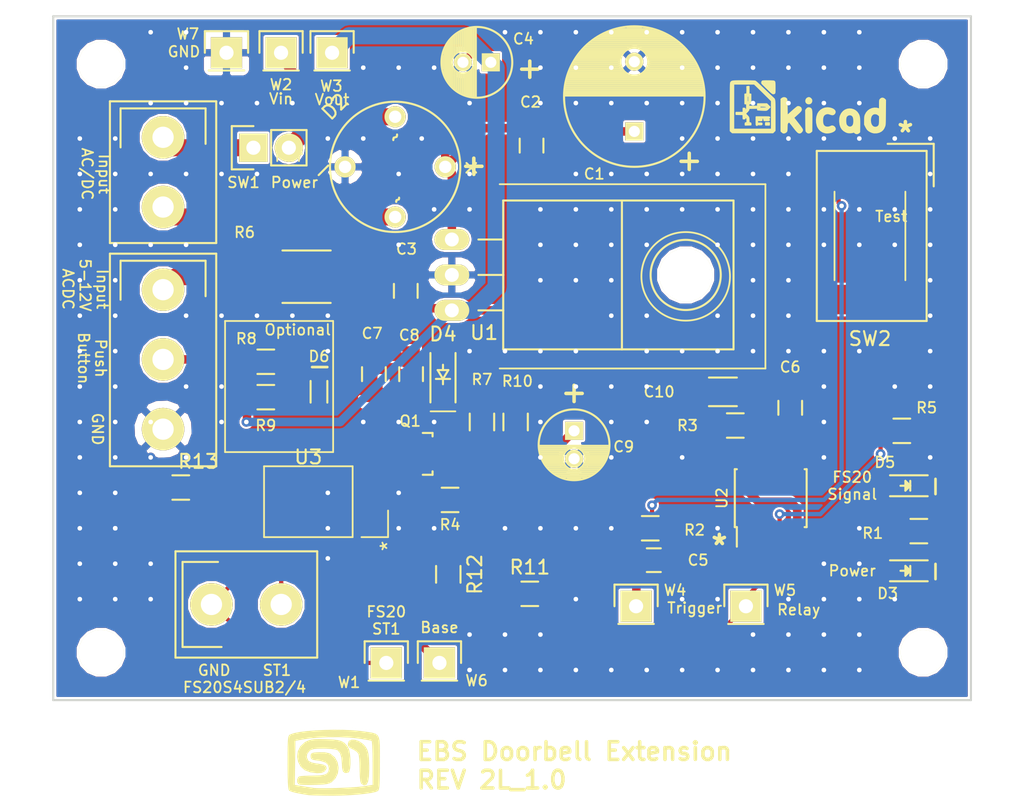
<source format=kicad_pcb>
(kicad_pcb (version 4) (host pcbnew 4.0.0-2.201512072331+6194~38~ubuntu14.04.1-stable)
  (layers (0 F.Cu signal) (31 B.Cu signal) (34 B.Paste user) (35 F.Paste user) (36 B.SilkS user) (37 F.SilkS user) (38 B.Mask user) (39 F.Mask user) (44 Edge.Cuts user))
  (net 0 "")
  (net 1 "Net-(C1-Pad1)")
  (net 2 GND)
  (net 3 /Vcc)
  (net 4 "Net-(C5-Pad1)")
  (net 5 /~Trigger)
  (net 6 "Net-(C6-Pad2)")
  (net 7 "Net-(C7-Pad1)")
  (net 8 "Net-(C9-Pad1)")
  (net 9 "Net-(C10-Pad1)")
  (net 10 /FS20_Sig)
  (net 11 /In2)
  (net 12 "Net-(D3-Pad2)")
  (net 13 "Net-(D4-Pad1)")
  (net 14 "Net-(D5-Pad2)")
  (net 15 "Net-(D6-Pad1)")
  (net 16 "Net-(MOD1-Pad1)")
  (net 17 "Net-(P2-Pad1)")
  (net 18 "Net-(P2-Pad2)")
  (net 19 /In1)
  (net 20 "Net-(D2-Pad2)")
  (net 21 "Net-(MOD1-Pad2)")
  (net 22 "Net-(R11-Pad1)")
  (net 23 "Net-(SW2-Pad2)")
  (net 24 "Net-(SW2-Pad4)")
  (module Resistors_SMD:R_0805_HandSoldering (layer F.Cu) (at 164.338 108.839)
    (fp_text reference R11 (at 0 -1.905) (layer F.SilkS))
    (fp_text value 1kΩ)
    (pad 1 smd rect (at -1.35 0) (size 1.5 1.3) (layers F.Cu F.Paste F.Mask) (net 22 "Net-(R11-Pad1)"))
    (pad 2 smd rect (at 1.35 0) (size 1.5 1.3) (layers F.Cu F.Paste F.Mask) (net 10 /FS20_Sig))
  )
  (module EBSDoorbellExt-Footprints:Stitch_VIA (layer F.Cu) (at 149.86 106.299)
    (fp_text reference ST**21712 hide)
    (fp_text value Stitch_VIA hide)
    (pad 1 thru_hole circle (at 0 0) (size 0.6858 0.6858) (drill 0.3302) (layers *.Cu) (net 2 GND))
  )
  (module EBSDoorbellExt-Footprints:Stitch_VIA (layer F.Cu) (at 149.86 104.14)
    (fp_text reference ST**21711 hide)
    (fp_text value Stitch_VIA hide)
    (pad 1 thru_hole circle (at 0 0) (size 0.6858 0.6858) (drill 0.3302) (layers *.Cu) (net 2 GND))
  )
  (module EBSDoorbellExt-Footprints:Stitch_VIA (layer F.Cu) (at 134.62 104.14)
    (fp_text reference ST**2112 hide)
    (fp_text value Stitch_VIA hide)
    (pad 1 thru_hole circle (at 0 0) (size 0.6858 0.6858) (drill 0.3302) (layers *.Cu) (net 2 GND))
  )
  (module EBSDoorbellExt-Footprints:Stitch_VIA (layer F.Cu) (at 149.86 101.6)
    (fp_text reference ST**21711 hide)
    (fp_text value Stitch_VIA hide)
    (pad 1 thru_hole circle (at 0 0) (size 0.6858 0.6858) (drill 0.3302) (layers *.Cu) (net 2 GND))
  )
  (module EBSDoorbellExt-Footprints:Stitch_VIA (layer F.Cu) (at 137.16 106.68)
    (fp_text reference ST**211111 hide)
    (fp_text value Stitch_VIA hide)
    (pad 1 thru_hole circle (at 0 0) (size 0.6858 0.6858) (drill 0.3302) (layers *.Cu) (net 2 GND))
  )
  (module EBSDoorbellExt-Footprints:Stitch_VIA (layer F.Cu) (at 137.16 109.22)
    (fp_text reference ST**216 hide)
    (fp_text value Stitch_VIA hide)
    (pad 1 thru_hole circle (at 0 0) (size 0.6858 0.6858) (drill 0.3302) (layers *.Cu) (net 2 GND))
  )
  (module EBSDoorbellExt-Footprints:Stitch_VIA (layer F.Cu) (at 134.62 109.22)
    (fp_text reference ST**216 hide)
    (fp_text value Stitch_VIA hide)
    (pad 1 thru_hole circle (at 0 0) (size 0.6858 0.6858) (drill 0.3302) (layers *.Cu) (net 2 GND))
  )
  (module Resistors_SMD:R_0805_HandSoldering (layer F.Cu) (at 145.415 94.742)
    (fp_text reference R9 (at 0 2.032) (layer F.SilkS) (effects (font (size 0.762 0.762) (thickness 0.127))))
    (fp_text value 10kΩ)
    (pad 1 smd rect (at -1.35 0) (size 1.5 1.3) (layers F.Cu F.Paste F.Mask) (net 3 /Vcc))
    (pad 2 smd rect (at 1.35 0) (size 1.5 1.3) (layers F.Cu F.Paste F.Mask) (net 15 "Net-(D6-Pad1)"))
  )
  (module Pin_Headers:Pin_Header_Straight_1x01 (layer F.Cu) (at 171.958 109.728)
    (fp_text reference W4 (at 2.794 -1.143) (layer F.SilkS) (effects (font (size 0.762 0.762) (thickness 0.127))))
    (fp_text value Trigger)
    (pad 1 thru_hole rect (at 0 0) (size 2.2352 2.2352) (drill 1.016) (layers *.Cu *.Mask F.SilkS) (net 5 /~Trigger))
  )
  (module EBSDoorbellExt-Footprints:BoardConnector_Horizontal_1x2_P5 (layer F.Cu) (at 138.049 78.613 270)
    (fp_text reference P1 hide)
    (fp_text value "AC in")
    (pad 1 thru_hole circle (at -2.5 0 270) (size 3.048 3.048) (drill 1.524) (layers *.Cu *.Mask F.SilkS) (net 19 /In1))
    (pad 2 thru_hole circle (at 2.5 0 270) (size 3.048 3.048) (drill 1.524) (layers *.Cu *.Mask F.SilkS) (net 11 /In2))
  )
  (module EBSDoorbellExt-Footprints:Stitch_VIA (layer F.Cu) (at 187.96 114.3)
    (fp_text reference ST**2319 hide)
    (fp_text value Stitch_VIA hide)
    (pad 1 thru_hole circle (at 0 0) (size 0.6858 0.6858) (drill 0.3302) (layers *.Cu) (net 2 GND))
  )
  (module EBSDoorbellExt-Footprints:Stitch_VIA (layer F.Cu) (at 185.42 114.3)
    (fp_text reference ST**2219 hide)
    (fp_text value Stitch_VIA hide)
    (pad 1 thru_hole circle (at 0 0) (size 0.6858 0.6858) (drill 0.3302) (layers *.Cu) (net 2 GND))
  )
  (module EBSDoorbellExt-Footprints:Stitch_VIA (layer F.Cu) (at 182.88 114.3)
    (fp_text reference ST**2119 hide)
    (fp_text value Stitch_VIA hide)
    (pad 1 thru_hole circle (at 0 0) (size 0.6858 0.6858) (drill 0.3302) (layers *.Cu) (net 2 GND))
  )
  (module EBSDoorbellExt-Footprints:Stitch_VIA (layer F.Cu) (at 180.34 114.3)
    (fp_text reference ST**2019 hide)
    (fp_text value Stitch_VIA hide)
    (pad 1 thru_hole circle (at 0 0) (size 0.6858 0.6858) (drill 0.3302) (layers *.Cu) (net 2 GND))
  )
  (module EBSDoorbellExt-Footprints:Stitch_VIA (layer F.Cu) (at 177.8 114.3)
    (fp_text reference ST**1919 hide)
    (fp_text value Stitch_VIA hide)
    (pad 1 thru_hole circle (at 0 0) (size 0.6858 0.6858) (drill 0.3302) (layers *.Cu) (net 2 GND))
  )
  (module EBSDoorbellExt-Footprints:Stitch_VIA (layer F.Cu) (at 175.26 114.3)
    (fp_text reference ST**1819 hide)
    (fp_text value Stitch_VIA hide)
    (pad 1 thru_hole circle (at 0 0) (size 0.6858 0.6858) (drill 0.3302) (layers *.Cu) (net 2 GND))
  )
  (module EBSDoorbellExt-Footprints:Stitch_VIA (layer F.Cu) (at 172.72 114.3)
    (fp_text reference ST**1719 hide)
    (fp_text value Stitch_VIA hide)
    (pad 1 thru_hole circle (at 0 0) (size 0.6858 0.6858) (drill 0.3302) (layers *.Cu) (net 2 GND))
  )
  (module EBSDoorbellExt-Footprints:Stitch_VIA (layer F.Cu) (at 170.18 114.3)
    (fp_text reference ST**1619 hide)
    (fp_text value Stitch_VIA hide)
    (pad 1 thru_hole circle (at 0 0) (size 0.6858 0.6858) (drill 0.3302) (layers *.Cu) (net 2 GND))
  )
  (module EBSDoorbellExt-Footprints:Stitch_VIA (layer F.Cu) (at 167.64 114.3)
    (fp_text reference ST**1519 hide)
    (fp_text value Stitch_VIA hide)
    (pad 1 thru_hole circle (at 0 0) (size 0.6858 0.6858) (drill 0.3302) (layers *.Cu) (net 2 GND))
  )
  (module EBSDoorbellExt-Footprints:Stitch_VIA (layer F.Cu) (at 165.1 114.3)
    (fp_text reference ST**1419 hide)
    (fp_text value Stitch_VIA hide)
    (pad 1 thru_hole circle (at 0 0) (size 0.6858 0.6858) (drill 0.3302) (layers *.Cu) (net 2 GND))
  )
  (module EBSDoorbellExt-Footprints:Stitch_VIA (layer F.Cu) (at 162.56 114.3)
    (fp_text reference ST**1319 hide)
    (fp_text value Stitch_VIA hide)
    (pad 1 thru_hole circle (at 0 0) (size 0.6858 0.6858) (drill 0.3302) (layers *.Cu) (net 2 GND))
  )
  (module EBSDoorbellExt-Footprints:Stitch_VIA (layer F.Cu) (at 160.02 114.3)
    (fp_text reference ST**1219 hide)
    (fp_text value Stitch_VIA hide)
    (pad 1 thru_hole circle (at 0 0) (size 0.6858 0.6858) (drill 0.3302) (layers *.Cu) (net 2 GND))
  )
  (module EBSDoorbellExt-Footprints:Stitch_VIA (layer F.Cu) (at 187.96 111.76)
    (fp_text reference ST**2318 hide)
    (fp_text value Stitch_VIA hide)
    (pad 1 thru_hole circle (at 0 0) (size 0.6858 0.6858) (drill 0.3302) (layers *.Cu) (net 2 GND))
  )
  (module EBSDoorbellExt-Footprints:Stitch_VIA (layer F.Cu) (at 185.42 111.76)
    (fp_text reference ST**2218 hide)
    (fp_text value Stitch_VIA hide)
    (pad 1 thru_hole circle (at 0 0) (size 0.6858 0.6858) (drill 0.3302) (layers *.Cu) (net 2 GND))
  )
  (module EBSDoorbellExt-Footprints:Stitch_VIA (layer F.Cu) (at 182.88 111.76)
    (fp_text reference ST**2118 hide)
    (fp_text value Stitch_VIA hide)
    (pad 1 thru_hole circle (at 0 0) (size 0.6858 0.6858) (drill 0.3302) (layers *.Cu) (net 2 GND))
  )
  (module EBSDoorbellExt-Footprints:Stitch_VIA (layer F.Cu) (at 180.34 111.76)
    (fp_text reference ST**2018 hide)
    (fp_text value Stitch_VIA hide)
    (pad 1 thru_hole circle (at 0 0) (size 0.6858 0.6858) (drill 0.3302) (layers *.Cu) (net 2 GND))
  )
  (module EBSDoorbellExt-Footprints:Stitch_VIA (layer F.Cu) (at 165.1 111.76)
    (fp_text reference ST**1418 hide)
    (fp_text value Stitch_VIA hide)
    (pad 1 thru_hole circle (at 0 0) (size 0.6858 0.6858) (drill 0.3302) (layers *.Cu) (net 2 GND))
  )
  (module EBSDoorbellExt-Footprints:Stitch_VIA (layer F.Cu) (at 162.56 111.76)
    (fp_text reference ST**1318 hide)
    (fp_text value Stitch_VIA hide)
    (pad 1 thru_hole circle (at 0 0) (size 0.6858 0.6858) (drill 0.3302) (layers *.Cu) (net 2 GND))
  )
  (module EBSDoorbellExt-Footprints:Stitch_VIA (layer F.Cu) (at 160.02 111.76)
    (fp_text reference ST**1218 hide)
    (fp_text value Stitch_VIA hide)
    (pad 1 thru_hole circle (at 0 0) (size 0.6858 0.6858) (drill 0.3302) (layers *.Cu) (net 2 GND))
  )
  (module EBSDoorbellExt-Footprints:Stitch_VIA (layer F.Cu) (at 190.5 109.22)
    (fp_text reference ST**2417 hide)
    (fp_text value Stitch_VIA hide)
    (pad 1 thru_hole circle (at 0 0) (size 0.6858 0.6858) (drill 0.3302) (layers *.Cu) (net 2 GND))
  )
  (module EBSDoorbellExt-Footprints:Stitch_VIA (layer F.Cu) (at 187.96 109.22)
    (fp_text reference ST**2317 hide)
    (fp_text value Stitch_VIA hide)
    (pad 1 thru_hole circle (at 0 0) (size 0.6858 0.6858) (drill 0.3302) (layers *.Cu) (net 2 GND))
  )
  (module EBSDoorbellExt-Footprints:Stitch_VIA (layer F.Cu) (at 185.42 109.22)
    (fp_text reference ST**2217 hide)
    (fp_text value Stitch_VIA hide)
    (pad 1 thru_hole circle (at 0 0) (size 0.6858 0.6858) (drill 0.3302) (layers *.Cu) (net 2 GND))
  )
  (module EBSDoorbellExt-Footprints:Stitch_VIA (layer F.Cu) (at 182.88 109.22)
    (fp_text reference ST**2117 hide)
    (fp_text value Stitch_VIA hide)
    (pad 1 thru_hole circle (at 0 0) (size 0.6858 0.6858) (drill 0.3302) (layers *.Cu) (net 2 GND))
  )
  (module EBSDoorbellExt-Footprints:Stitch_VIA (layer F.Cu) (at 177.8 109.22)
    (fp_text reference ST**1917 hide)
    (fp_text value Stitch_VIA hide)
    (pad 1 thru_hole circle (at 0 0) (size 0.6858 0.6858) (drill 0.3302) (layers *.Cu) (net 2 GND))
  )
  (module EBSDoorbellExt-Footprints:Stitch_VIA (layer F.Cu) (at 175.26 109.22)
    (fp_text reference ST**1817 hide)
    (fp_text value Stitch_VIA hide)
    (pad 1 thru_hole circle (at 0 0) (size 0.6858 0.6858) (drill 0.3302) (layers *.Cu) (net 2 GND))
  )
  (module EBSDoorbellExt-Footprints:Stitch_VIA (layer F.Cu) (at 167.64 109.22)
    (fp_text reference ST**1517 hide)
    (fp_text value Stitch_VIA hide)
    (pad 1 thru_hole circle (at 0 0) (size 0.6858 0.6858) (drill 0.3302) (layers *.Cu) (net 2 GND))
  )
  (module EBSDoorbellExt-Footprints:Stitch_VIA (layer F.Cu) (at 132.08 109.22)
    (fp_text reference ST**117 hide)
    (fp_text value Stitch_VIA hide)
    (pad 1 thru_hole circle (at 0 0) (size 0.6858 0.6858) (drill 0.3302) (layers *.Cu) (net 2 GND))
  )
  (module EBSDoorbellExt-Footprints:Stitch_VIA (layer F.Cu) (at 187.96 106.68)
    (fp_text reference ST**2316 hide)
    (fp_text value Stitch_VIA hide)
    (pad 1 thru_hole circle (at 0 0) (size 0.6858 0.6858) (drill 0.3302) (layers *.Cu) (net 2 GND))
  )
  (module EBSDoorbellExt-Footprints:Stitch_VIA (layer F.Cu) (at 185.42 106.68)
    (fp_text reference ST**2216 hide)
    (fp_text value Stitch_VIA hide)
    (pad 1 thru_hole circle (at 0 0) (size 0.6858 0.6858) (drill 0.3302) (layers *.Cu) (net 2 GND))
  )
  (module EBSDoorbellExt-Footprints:Stitch_VIA (layer F.Cu) (at 134.62 106.68)
    (fp_text reference ST**216 hide)
    (fp_text value Stitch_VIA hide)
    (pad 1 thru_hole circle (at 0 0) (size 0.6858 0.6858) (drill 0.3302) (layers *.Cu) (net 2 GND))
  )
  (module EBSDoorbellExt-Footprints:Stitch_VIA (layer F.Cu) (at 132.08 106.68)
    (fp_text reference ST**116 hide)
    (fp_text value Stitch_VIA hide)
    (pad 1 thru_hole circle (at 0 0) (size 0.6858 0.6858) (drill 0.3302) (layers *.Cu) (net 2 GND))
  )
  (module EBSDoorbellExt-Footprints:Stitch_VIA (layer F.Cu) (at 187.96 104.14)
    (fp_text reference ST**2315 hide)
    (fp_text value Stitch_VIA hide)
    (pad 1 thru_hole circle (at 0 0) (size 0.6858 0.6858) (drill 0.3302) (layers *.Cu) (net 2 GND))
  )
  (module EBSDoorbellExt-Footprints:Stitch_VIA (layer F.Cu) (at 177.8 104.14)
    (fp_text reference ST**1915 hide)
    (fp_text value Stitch_VIA hide)
    (pad 1 thru_hole circle (at 0 0) (size 0.6858 0.6858) (drill 0.3302) (layers *.Cu) (net 2 GND))
  )
  (module EBSDoorbellExt-Footprints:Stitch_VIA (layer F.Cu) (at 170.18 104.14)
    (fp_text reference ST**1615 hide)
    (fp_text value Stitch_VIA hide)
    (pad 1 thru_hole circle (at 0 0) (size 0.6858 0.6858) (drill 0.3302) (layers *.Cu) (net 2 GND))
  )
  (module EBSDoorbellExt-Footprints:Stitch_VIA (layer F.Cu) (at 167.64 104.14)
    (fp_text reference ST**1515 hide)
    (fp_text value Stitch_VIA hide)
    (pad 1 thru_hole circle (at 0 0) (size 0.6858 0.6858) (drill 0.3302) (layers *.Cu) (net 2 GND))
  )
  (module EBSDoorbellExt-Footprints:Stitch_VIA (layer F.Cu) (at 165.1 104.14)
    (fp_text reference ST**1415 hide)
    (fp_text value Stitch_VIA hide)
    (pad 1 thru_hole circle (at 0 0) (size 0.6858 0.6858) (drill 0.3302) (layers *.Cu) (net 2 GND))
  )
  (module EBSDoorbellExt-Footprints:Stitch_VIA (layer F.Cu) (at 162.56 104.14)
    (fp_text reference ST**1315 hide)
    (fp_text value Stitch_VIA hide)
    (pad 1 thru_hole circle (at 0 0) (size 0.6858 0.6858) (drill 0.3302) (layers *.Cu) (net 2 GND))
  )
  (module EBSDoorbellExt-Footprints:Stitch_VIA (layer F.Cu) (at 157.48 104.14)
    (fp_text reference ST**1115 hide)
    (fp_text value Stitch_VIA hide)
    (pad 1 thru_hole circle (at 0 0) (size 0.6858 0.6858) (drill 0.3302) (layers *.Cu) (net 2 GND))
  )
  (module EBSDoorbellExt-Footprints:Stitch_VIA (layer F.Cu) (at 154.94 104.14)
    (fp_text reference ST**1015 hide)
    (fp_text value Stitch_VIA hide)
    (pad 1 thru_hole circle (at 0 0) (size 0.6858 0.6858) (drill 0.3302) (layers *.Cu) (net 2 GND))
  )
  (module EBSDoorbellExt-Footprints:Stitch_VIA (layer F.Cu) (at 134.62 104.14)
    (fp_text reference ST**215 hide)
    (fp_text value Stitch_VIA hide)
    (pad 1 thru_hole circle (at 0 0) (size 0.6858 0.6858) (drill 0.3302) (layers *.Cu) (net 2 GND))
  )
  (module EBSDoorbellExt-Footprints:Stitch_VIA (layer F.Cu) (at 132.08 104.14)
    (fp_text reference ST**115 hide)
    (fp_text value Stitch_VIA hide)
    (pad 1 thru_hole circle (at 0 0) (size 0.6858 0.6858) (drill 0.3302) (layers *.Cu) (net 2 GND))
  )
  (module EBSDoorbellExt-Footprints:Stitch_VIA (layer F.Cu) (at 154.94 101.6)
    (fp_text reference ST**1014 hide)
    (fp_text value Stitch_VIA hide)
    (pad 1 thru_hole circle (at 0 0) (size 0.6858 0.6858) (drill 0.3302) (layers *.Cu) (net 2 GND))
  )
  (module EBSDoorbellExt-Footprints:Stitch_VIA (layer F.Cu) (at 134.62 101.6)
    (fp_text reference ST**2111 hide)
    (fp_text value Stitch_VIA hide)
    (pad 1 thru_hole circle (at 0 0) (size 0.6858 0.6858) (drill 0.3302) (layers *.Cu) (net 2 GND))
  )
  (module EBSDoorbellExt-Footprints:Stitch_VIA (layer F.Cu) (at 132.08 101.6)
    (fp_text reference ST**114 hide)
    (fp_text value Stitch_VIA hide)
    (pad 1 thru_hole circle (at 0 0) (size 0.6858 0.6858) (drill 0.3302) (layers *.Cu) (net 2 GND))
  )
  (module EBSDoorbellExt-Footprints:Stitch_VIA (layer F.Cu) (at 193.04 99.06)
    (fp_text reference ST**2513 hide)
    (fp_text value Stitch_VIA hide)
    (pad 1 thru_hole circle (at 0 0) (size 0.6858 0.6858) (drill 0.3302) (layers *.Cu) (net 2 GND))
  )
  (module EBSDoorbellExt-Footprints:Stitch_VIA (layer F.Cu) (at 185.42 99.06)
    (fp_text reference ST**2213 hide)
    (fp_text value Stitch_VIA hide)
    (pad 1 thru_hole circle (at 0 0) (size 0.6858 0.6858) (drill 0.3302) (layers *.Cu) (net 2 GND))
  )
  (module EBSDoorbellExt-Footprints:Stitch_VIA (layer F.Cu) (at 175.26 99.06)
    (fp_text reference ST**1813 hide)
    (fp_text value Stitch_VIA hide)
    (pad 1 thru_hole circle (at 0 0) (size 0.6858 0.6858) (drill 0.3302) (layers *.Cu) (net 2 GND))
  )
  (module EBSDoorbellExt-Footprints:Stitch_VIA (layer F.Cu) (at 170.18 99.06)
    (fp_text reference ST**1613 hide)
    (fp_text value Stitch_VIA hide)
    (pad 1 thru_hole circle (at 0 0) (size 0.6858 0.6858) (drill 0.3302) (layers *.Cu) (net 2 GND))
  )
  (module EBSDoorbellExt-Footprints:Stitch_VIA (layer F.Cu) (at 167.64 99.06)
    (fp_text reference ST**1513 hide)
    (fp_text value Stitch_VIA hide)
    (pad 1 thru_hole circle (at 0 0) (size 0.6858 0.6858) (drill 0.3302) (layers *.Cu) (net 2 GND))
  )
  (module EBSDoorbellExt-Footprints:Stitch_VIA (layer F.Cu) (at 165.1 99.06)
    (fp_text reference ST**1413 hide)
    (fp_text value Stitch_VIA hide)
    (pad 1 thru_hole circle (at 0 0) (size 0.6858 0.6858) (drill 0.3302) (layers *.Cu) (net 2 GND))
  )
  (module EBSDoorbellExt-Footprints:Stitch_VIA (layer F.Cu) (at 139.7 99.06)
    (fp_text reference ST**413 hide)
    (fp_text value Stitch_VIA hide)
    (pad 1 thru_hole circle (at 0 0) (size 0.6858 0.6858) (drill 0.3302) (layers *.Cu) (net 2 GND))
  )
  (module EBSDoorbellExt-Footprints:Stitch_VIA (layer F.Cu) (at 137.16 99.06)
    (fp_text reference ST**313 hide)
    (fp_text value Stitch_VIA hide)
    (pad 1 thru_hole circle (at 0 0) (size 0.6858 0.6858) (drill 0.3302) (layers *.Cu) (net 2 GND))
  )
  (module EBSDoorbellExt-Footprints:Stitch_VIA (layer F.Cu) (at 134.62 99.06)
    (fp_text reference ST**213 hide)
    (fp_text value Stitch_VIA hide)
    (pad 1 thru_hole circle (at 0 0) (size 0.6858 0.6858) (drill 0.3302) (layers *.Cu) (net 2 GND))
  )
  (module EBSDoorbellExt-Footprints:Stitch_VIA (layer F.Cu) (at 132.08 99.06)
    (fp_text reference ST**113 hide)
    (fp_text value Stitch_VIA hide)
    (pad 1 thru_hole circle (at 0 0) (size 0.6858 0.6858) (drill 0.3302) (layers *.Cu) (net 2 GND))
  )
  (module EBSDoorbellExt-Footprints:Stitch_VIA (layer F.Cu) (at 185.42 96.52)
    (fp_text reference ST**2212 hide)
    (fp_text value Stitch_VIA hide)
    (pad 1 thru_hole circle (at 0 0) (size 0.6858 0.6858) (drill 0.3302) (layers *.Cu) (net 2 GND))
  )
  (module EBSDoorbellExt-Footprints:Stitch_VIA (layer F.Cu) (at 172.72 96.52)
    (fp_text reference ST**1712 hide)
    (fp_text value Stitch_VIA hide)
    (pad 1 thru_hole circle (at 0 0) (size 0.6858 0.6858) (drill 0.3302) (layers *.Cu) (net 2 GND))
  )
  (module EBSDoorbellExt-Footprints:Stitch_VIA (layer F.Cu) (at 170.18 96.52)
    (fp_text reference ST**1612 hide)
    (fp_text value Stitch_VIA hide)
    (pad 1 thru_hole circle (at 0 0) (size 0.6858 0.6858) (drill 0.3302) (layers *.Cu) (net 2 GND))
  )
  (module EBSDoorbellExt-Footprints:Stitch_VIA (layer F.Cu) (at 165.1 96.52)
    (fp_text reference ST**1412 hide)
    (fp_text value Stitch_VIA hide)
    (pad 1 thru_hole circle (at 0 0) (size 0.6858 0.6858) (drill 0.3302) (layers *.Cu) (net 2 GND))
  )
  (module EBSDoorbellExt-Footprints:Stitch_VIA (layer F.Cu) (at 157.48 96.52)
    (fp_text reference ST**1112 hide)
    (fp_text value Stitch_VIA hide)
    (pad 1 thru_hole circle (at 0 0) (size 0.6858 0.6858) (drill 0.3302) (layers *.Cu) (net 2 GND))
  )
  (module EBSDoorbellExt-Footprints:Stitch_VIA (layer F.Cu) (at 154.94 96.52)
    (fp_text reference ST**1012 hide)
    (fp_text value Stitch_VIA hide)
    (pad 1 thru_hole circle (at 0 0) (size 0.6858 0.6858) (drill 0.3302) (layers *.Cu) (net 2 GND))
  )
  (module EBSDoorbellExt-Footprints:Stitch_VIA (layer F.Cu) (at 152.4 96.52)
    (fp_text reference ST**912 hide)
    (fp_text value Stitch_VIA hide)
    (pad 1 thru_hole circle (at 0 0) (size 0.6858 0.6858) (drill 0.3302) (layers *.Cu) (net 2 GND))
  )
  (module EBSDoorbellExt-Footprints:Stitch_VIA (layer F.Cu) (at 142.24 96.52)
    (fp_text reference ST**512 hide)
    (fp_text value Stitch_VIA hide)
    (pad 1 thru_hole circle (at 0 0) (size 0.6858 0.6858) (drill 0.3302) (layers *.Cu) (net 2 GND))
  )
  (module EBSDoorbellExt-Footprints:Stitch_VIA (layer F.Cu) (at 137.16 96.52)
    (fp_text reference ST**312 hide)
    (fp_text value Stitch_VIA hide)
    (pad 1 thru_hole circle (at 0 0) (size 0.6858 0.6858) (drill 0.3302) (layers *.Cu) (net 2 GND))
  )
  (module EBSDoorbellExt-Footprints:Stitch_VIA (layer F.Cu) (at 134.62 96.52)
    (fp_text reference ST**212 hide)
    (fp_text value Stitch_VIA hide)
    (pad 1 thru_hole circle (at 0 0) (size 0.6858 0.6858) (drill 0.3302) (layers *.Cu) (net 2 GND))
  )
  (module EBSDoorbellExt-Footprints:Stitch_VIA (layer F.Cu) (at 132.08 96.52)
    (fp_text reference ST**112 hide)
    (fp_text value Stitch_VIA hide)
    (pad 1 thru_hole circle (at 0 0) (size 0.6858 0.6858) (drill 0.3302) (layers *.Cu) (net 2 GND))
  )
  (module EBSDoorbellExt-Footprints:Stitch_VIA (layer F.Cu) (at 193.04 93.98)
    (fp_text reference ST**2511 hide)
    (fp_text value Stitch_VIA hide)
    (pad 1 thru_hole circle (at 0 0) (size 0.6858 0.6858) (drill 0.3302) (layers *.Cu) (net 2 GND))
  )
  (module EBSDoorbellExt-Footprints:Stitch_VIA (layer F.Cu) (at 190.5 93.98)
    (fp_text reference ST**2411 hide)
    (fp_text value Stitch_VIA hide)
    (pad 1 thru_hole circle (at 0 0) (size 0.6858 0.6858) (drill 0.3302) (layers *.Cu) (net 2 GND))
  )
  (module EBSDoorbellExt-Footprints:Stitch_VIA (layer F.Cu) (at 185.42 93.98)
    (fp_text reference ST**2211 hide)
    (fp_text value Stitch_VIA hide)
    (pad 1 thru_hole circle (at 0 0) (size 0.6858 0.6858) (drill 0.3302) (layers *.Cu) (net 2 GND))
  )
  (module EBSDoorbellExt-Footprints:Stitch_VIA (layer F.Cu) (at 172.72 93.98)
    (fp_text reference ST**1711 hide)
    (fp_text value Stitch_VIA hide)
    (pad 1 thru_hole circle (at 0 0) (size 0.6858 0.6858) (drill 0.3302) (layers *.Cu) (net 2 GND))
  )
  (module EBSDoorbellExt-Footprints:Stitch_VIA (layer F.Cu) (at 170.18 93.98)
    (fp_text reference ST**1611 hide)
    (fp_text value Stitch_VIA hide)
    (pad 1 thru_hole circle (at 0 0) (size 0.6858 0.6858) (drill 0.3302) (layers *.Cu) (net 2 GND))
  )
  (module EBSDoorbellExt-Footprints:Stitch_VIA (layer F.Cu) (at 167.64 93.98)
    (fp_text reference ST**1511 hide)
    (fp_text value Stitch_VIA hide)
    (pad 1 thru_hole circle (at 0 0) (size 0.6858 0.6858) (drill 0.3302) (layers *.Cu) (net 2 GND))
  )
  (module EBSDoorbellExt-Footprints:Stitch_VIA (layer F.Cu) (at 165.1 93.98)
    (fp_text reference ST**1411 hide)
    (fp_text value Stitch_VIA hide)
    (pad 1 thru_hole circle (at 0 0) (size 0.6858 0.6858) (drill 0.3302) (layers *.Cu) (net 2 GND))
  )
  (module EBSDoorbellExt-Footprints:Stitch_VIA (layer F.Cu) (at 142.24 93.98)
    (fp_text reference ST**511 hide)
    (fp_text value Stitch_VIA hide)
    (pad 1 thru_hole circle (at 0 0) (size 0.6858 0.6858) (drill 0.3302) (layers *.Cu) (net 2 GND))
  )
  (module EBSDoorbellExt-Footprints:Stitch_VIA (layer F.Cu) (at 139.7 93.98)
    (fp_text reference ST**411 hide)
    (fp_text value Stitch_VIA hide)
    (pad 1 thru_hole circle (at 0 0) (size 0.6858 0.6858) (drill 0.3302) (layers *.Cu) (net 2 GND))
  )
  (module EBSDoorbellExt-Footprints:Stitch_VIA (layer F.Cu) (at 134.62 93.98)
    (fp_text reference ST**211 hide)
    (fp_text value Stitch_VIA hide)
    (pad 1 thru_hole circle (at 0 0) (size 0.6858 0.6858) (drill 0.3302) (layers *.Cu) (net 2 GND))
  )
  (module EBSDoorbellExt-Footprints:Stitch_VIA (layer F.Cu) (at 132.08 93.98)
    (fp_text reference ST**111 hide)
    (fp_text value Stitch_VIA hide)
    (pad 1 thru_hole circle (at 0 0) (size 0.6858 0.6858) (drill 0.3302) (layers *.Cu) (net 2 GND))
  )
  (module EBSDoorbellExt-Footprints:Stitch_VIA (layer F.Cu) (at 193.04 91.44)
    (fp_text reference ST**2510 hide)
    (fp_text value Stitch_VIA hide)
    (pad 1 thru_hole circle (at 0 0) (size 0.6858 0.6858) (drill 0.3302) (layers *.Cu) (net 2 GND))
  )
  (module EBSDoorbellExt-Footprints:Stitch_VIA (layer F.Cu) (at 187.96 91.44)
    (fp_text reference ST**2310 hide)
    (fp_text value Stitch_VIA hide)
    (pad 1 thru_hole circle (at 0 0) (size 0.6858 0.6858) (drill 0.3302) (layers *.Cu) (net 2 GND))
  )
  (module EBSDoorbellExt-Footprints:Stitch_VIA (layer F.Cu) (at 185.42 91.44)
    (fp_text reference ST**2210 hide)
    (fp_text value Stitch_VIA hide)
    (pad 1 thru_hole circle (at 0 0) (size 0.6858 0.6858) (drill 0.3302) (layers *.Cu) (net 2 GND))
  )
  (module EBSDoorbellExt-Footprints:Stitch_VIA (layer F.Cu) (at 182.88 91.44)
    (fp_text reference ST**2110 hide)
    (fp_text value Stitch_VIA hide)
    (pad 1 thru_hole circle (at 0 0) (size 0.6858 0.6858) (drill 0.3302) (layers *.Cu) (net 2 GND))
  )
  (module EBSDoorbellExt-Footprints:Stitch_VIA (layer F.Cu) (at 180.34 91.44)
    (fp_text reference ST**2010 hide)
    (fp_text value Stitch_VIA hide)
    (pad 1 thru_hole circle (at 0 0) (size 0.6858 0.6858) (drill 0.3302) (layers *.Cu) (net 2 GND))
  )
  (module EBSDoorbellExt-Footprints:Stitch_VIA (layer F.Cu) (at 177.8 91.44)
    (fp_text reference ST**1910 hide)
    (fp_text value Stitch_VIA hide)
    (pad 1 thru_hole circle (at 0 0) (size 0.6858 0.6858) (drill 0.3302) (layers *.Cu) (net 2 GND))
  )
  (module EBSDoorbellExt-Footprints:Stitch_VIA (layer F.Cu) (at 175.26 91.44)
    (fp_text reference ST**1810 hide)
    (fp_text value Stitch_VIA hide)
    (pad 1 thru_hole circle (at 0 0) (size 0.6858 0.6858) (drill 0.3302) (layers *.Cu) (net 2 GND))
  )
  (module EBSDoorbellExt-Footprints:Stitch_VIA (layer F.Cu) (at 172.72 91.44)
    (fp_text reference ST**1710 hide)
    (fp_text value Stitch_VIA hide)
    (pad 1 thru_hole circle (at 0 0) (size 0.6858 0.6858) (drill 0.3302) (layers *.Cu) (net 2 GND))
  )
  (module EBSDoorbellExt-Footprints:Stitch_VIA (layer F.Cu) (at 167.64 91.44)
    (fp_text reference ST**1510 hide)
    (fp_text value Stitch_VIA hide)
    (pad 1 thru_hole circle (at 0 0) (size 0.6858 0.6858) (drill 0.3302) (layers *.Cu) (net 2 GND))
  )
  (module EBSDoorbellExt-Footprints:Stitch_VIA (layer F.Cu) (at 165.1 91.44)
    (fp_text reference ST**1410 hide)
    (fp_text value Stitch_VIA hide)
    (pad 1 thru_hole circle (at 0 0) (size 0.6858 0.6858) (drill 0.3302) (layers *.Cu) (net 2 GND))
  )
  (module EBSDoorbellExt-Footprints:Stitch_VIA (layer F.Cu) (at 162.56 91.44)
    (fp_text reference ST**1310 hide)
    (fp_text value Stitch_VIA hide)
    (pad 1 thru_hole circle (at 0 0) (size 0.6858 0.6858) (drill 0.3302) (layers *.Cu) (net 2 GND))
  )
  (module EBSDoorbellExt-Footprints:Stitch_VIA (layer F.Cu) (at 160.02 91.44)
    (fp_text reference ST**1210 hide)
    (fp_text value Stitch_VIA hide)
    (pad 1 thru_hole circle (at 0 0) (size 0.6858 0.6858) (drill 0.3302) (layers *.Cu) (net 2 GND))
  )
  (module EBSDoorbellExt-Footprints:Stitch_VIA (layer F.Cu) (at 149.86 91.44)
    (fp_text reference ST**810 hide)
    (fp_text value Stitch_VIA hide)
    (pad 1 thru_hole circle (at 0 0) (size 0.6858 0.6858) (drill 0.3302) (layers *.Cu) (net 2 GND))
  )
  (module EBSDoorbellExt-Footprints:Stitch_VIA (layer F.Cu) (at 134.62 91.44)
    (fp_text reference ST**210 hide)
    (fp_text value Stitch_VIA hide)
    (pad 1 thru_hole circle (at 0 0) (size 0.6858 0.6858) (drill 0.3302) (layers *.Cu) (net 2 GND))
  )
  (module EBSDoorbellExt-Footprints:Stitch_VIA (layer F.Cu) (at 132.08 91.44)
    (fp_text reference ST**110 hide)
    (fp_text value Stitch_VIA hide)
    (pad 1 thru_hole circle (at 0 0) (size 0.6858 0.6858) (drill 0.3302) (layers *.Cu) (net 2 GND))
  )
  (module EBSDoorbellExt-Footprints:Stitch_VIA (layer F.Cu) (at 193.04 88.9)
    (fp_text reference ST**259 hide)
    (fp_text value Stitch_VIA hide)
    (pad 1 thru_hole circle (at 0 0) (size 0.6858 0.6858) (drill 0.3302) (layers *.Cu) (net 2 GND))
  )
  (module EBSDoorbellExt-Footprints:Stitch_VIA (layer F.Cu) (at 182.88 88.9)
    (fp_text reference ST**219 hide)
    (fp_text value Stitch_VIA hide)
    (pad 1 thru_hole circle (at 0 0) (size 0.6858 0.6858) (drill 0.3302) (layers *.Cu) (net 2 GND))
  )
  (module EBSDoorbellExt-Footprints:Stitch_VIA (layer F.Cu) (at 180.34 88.9)
    (fp_text reference ST**209 hide)
    (fp_text value Stitch_VIA hide)
    (pad 1 thru_hole circle (at 0 0) (size 0.6858 0.6858) (drill 0.3302) (layers *.Cu) (net 2 GND))
  )
  (module EBSDoorbellExt-Footprints:Stitch_VIA (layer F.Cu) (at 177.8 88.9)
    (fp_text reference ST**199 hide)
    (fp_text value Stitch_VIA hide)
    (pad 1 thru_hole circle (at 0 0) (size 0.6858 0.6858) (drill 0.3302) (layers *.Cu) (net 2 GND))
  )
  (module EBSDoorbellExt-Footprints:Stitch_VIA (layer F.Cu) (at 172.72 88.9)
    (fp_text reference ST**179 hide)
    (fp_text value Stitch_VIA hide)
    (pad 1 thru_hole circle (at 0 0) (size 0.6858 0.6858) (drill 0.3302) (layers *.Cu) (net 2 GND))
  )
  (module EBSDoorbellExt-Footprints:Stitch_VIA (layer F.Cu) (at 170.18 88.9)
    (fp_text reference ST**169 hide)
    (fp_text value Stitch_VIA hide)
    (pad 1 thru_hole circle (at 0 0) (size 0.6858 0.6858) (drill 0.3302) (layers *.Cu) (net 2 GND))
  )
  (module EBSDoorbellExt-Footprints:Stitch_VIA (layer F.Cu) (at 149.86 88.9)
    (fp_text reference ST**89 hide)
    (fp_text value Stitch_VIA hide)
    (pad 1 thru_hole circle (at 0 0) (size 0.6858 0.6858) (drill 0.3302) (layers *.Cu) (net 2 GND))
  )
  (module EBSDoorbellExt-Footprints:Stitch_VIA (layer F.Cu) (at 147.32 88.9)
    (fp_text reference ST**79 hide)
    (fp_text value Stitch_VIA hide)
    (pad 1 thru_hole circle (at 0 0) (size 0.6858 0.6858) (drill 0.3302) (layers *.Cu) (net 2 GND))
  )
  (module EBSDoorbellExt-Footprints:Stitch_VIA (layer F.Cu) (at 144.78 88.9)
    (fp_text reference ST**69 hide)
    (fp_text value Stitch_VIA hide)
    (pad 1 thru_hole circle (at 0 0) (size 0.6858 0.6858) (drill 0.3302) (layers *.Cu) (net 2 GND))
  )
  (module EBSDoorbellExt-Footprints:Stitch_VIA (layer F.Cu) (at 142.24 88.9)
    (fp_text reference ST**59 hide)
    (fp_text value Stitch_VIA hide)
    (pad 1 thru_hole circle (at 0 0) (size 0.6858 0.6858) (drill 0.3302) (layers *.Cu) (net 2 GND))
  )
  (module EBSDoorbellExt-Footprints:Stitch_VIA (layer F.Cu) (at 139.7 88.9)
    (fp_text reference ST**49 hide)
    (fp_text value Stitch_VIA hide)
    (pad 1 thru_hole circle (at 0 0) (size 0.6858 0.6858) (drill 0.3302) (layers *.Cu) (net 2 GND))
  )
  (module EBSDoorbellExt-Footprints:Stitch_VIA (layer F.Cu) (at 134.62 88.9)
    (fp_text reference ST**29 hide)
    (fp_text value Stitch_VIA hide)
    (pad 1 thru_hole circle (at 0 0) (size 0.6858 0.6858) (drill 0.3302) (layers *.Cu) (net 2 GND))
  )
  (module EBSDoorbellExt-Footprints:Stitch_VIA (layer F.Cu) (at 132.08 88.9)
    (fp_text reference ST**19 hide)
    (fp_text value Stitch_VIA hide)
    (pad 1 thru_hole circle (at 0 0) (size 0.6858 0.6858) (drill 0.3302) (layers *.Cu) (net 2 GND))
  )
  (module EBSDoorbellExt-Footprints:Stitch_VIA (layer F.Cu) (at 193.04 86.36)
    (fp_text reference ST**258 hide)
    (fp_text value Stitch_VIA hide)
    (pad 1 thru_hole circle (at 0 0) (size 0.6858 0.6858) (drill 0.3302) (layers *.Cu) (net 2 GND))
  )
  (module EBSDoorbellExt-Footprints:Stitch_VIA (layer F.Cu) (at 182.88 86.36)
    (fp_text reference ST**218 hide)
    (fp_text value Stitch_VIA hide)
    (pad 1 thru_hole circle (at 0 0) (size 0.6858 0.6858) (drill 0.3302) (layers *.Cu) (net 2 GND))
  )
  (module EBSDoorbellExt-Footprints:Stitch_VIA (layer F.Cu) (at 180.34 86.36)
    (fp_text reference ST**208 hide)
    (fp_text value Stitch_VIA hide)
    (pad 1 thru_hole circle (at 0 0) (size 0.6858 0.6858) (drill 0.3302) (layers *.Cu) (net 2 GND))
  )
  (module EBSDoorbellExt-Footprints:Stitch_VIA (layer F.Cu) (at 170.18 86.36)
    (fp_text reference ST**168 hide)
    (fp_text value Stitch_VIA hide)
    (pad 1 thru_hole circle (at 0 0) (size 0.6858 0.6858) (drill 0.3302) (layers *.Cu) (net 2 GND))
  )
  (module EBSDoorbellExt-Footprints:Stitch_VIA (layer F.Cu) (at 167.64 86.36)
    (fp_text reference ST**158 hide)
    (fp_text value Stitch_VIA hide)
    (pad 1 thru_hole circle (at 0 0) (size 0.6858 0.6858) (drill 0.3302) (layers *.Cu) (net 2 GND))
  )
  (module EBSDoorbellExt-Footprints:Stitch_VIA (layer F.Cu) (at 165.1 86.36)
    (fp_text reference ST**148 hide)
    (fp_text value Stitch_VIA hide)
    (pad 1 thru_hole circle (at 0 0) (size 0.6858 0.6858) (drill 0.3302) (layers *.Cu) (net 2 GND))
  )
  (module EBSDoorbellExt-Footprints:Stitch_VIA (layer F.Cu) (at 134.62 86.36)
    (fp_text reference ST**28 hide)
    (fp_text value Stitch_VIA hide)
    (pad 1 thru_hole circle (at 0 0) (size 0.6858 0.6858) (drill 0.3302) (layers *.Cu) (net 2 GND))
  )
  (module EBSDoorbellExt-Footprints:Stitch_VIA (layer F.Cu) (at 132.08 86.36)
    (fp_text reference ST**18 hide)
    (fp_text value Stitch_VIA hide)
    (pad 1 thru_hole circle (at 0 0) (size 0.6858 0.6858) (drill 0.3302) (layers *.Cu) (net 2 GND))
  )
  (module EBSDoorbellExt-Footprints:Stitch_VIA (layer F.Cu) (at 193.04 83.82)
    (fp_text reference ST**257 hide)
    (fp_text value Stitch_VIA hide)
    (pad 1 thru_hole circle (at 0 0) (size 0.6858 0.6858) (drill 0.3302) (layers *.Cu) (net 2 GND))
  )
  (module EBSDoorbellExt-Footprints:Stitch_VIA (layer F.Cu) (at 190.5 83.82)
    (fp_text reference ST**247 hide)
    (fp_text value Stitch_VIA hide)
    (pad 1 thru_hole circle (at 0 0) (size 0.6858 0.6858) (drill 0.3302) (layers *.Cu) (net 2 GND))
  )
  (module EBSDoorbellExt-Footprints:Stitch_VIA (layer F.Cu) (at 187.96 83.82)
    (fp_text reference ST**237 hide)
    (fp_text value Stitch_VIA hide)
    (pad 1 thru_hole circle (at 0 0) (size 0.6858 0.6858) (drill 0.3302) (layers *.Cu) (net 2 GND))
  )
  (module EBSDoorbellExt-Footprints:Stitch_VIA (layer F.Cu) (at 185.42 83.82)
    (fp_text reference ST**227 hide)
    (fp_text value Stitch_VIA hide)
    (pad 1 thru_hole circle (at 0 0) (size 0.6858 0.6858) (drill 0.3302) (layers *.Cu) (net 2 GND))
  )
  (module EBSDoorbellExt-Footprints:Stitch_VIA (layer F.Cu) (at 182.88 83.82)
    (fp_text reference ST**217 hide)
    (fp_text value Stitch_VIA hide)
    (pad 1 thru_hole circle (at 0 0) (size 0.6858 0.6858) (drill 0.3302) (layers *.Cu) (net 2 GND))
  )
  (module EBSDoorbellExt-Footprints:Stitch_VIA (layer F.Cu) (at 180.34 83.82)
    (fp_text reference ST**207 hide)
    (fp_text value Stitch_VIA hide)
    (pad 1 thru_hole circle (at 0 0) (size 0.6858 0.6858) (drill 0.3302) (layers *.Cu) (net 2 GND))
  )
  (module EBSDoorbellExt-Footprints:Stitch_VIA (layer F.Cu) (at 177.8 83.82)
    (fp_text reference ST**197 hide)
    (fp_text value Stitch_VIA hide)
    (pad 1 thru_hole circle (at 0 0) (size 0.6858 0.6858) (drill 0.3302) (layers *.Cu) (net 2 GND))
  )
  (module EBSDoorbellExt-Footprints:Stitch_VIA (layer F.Cu) (at 172.72 83.82)
    (fp_text reference ST**177 hide)
    (fp_text value Stitch_VIA hide)
    (pad 1 thru_hole circle (at 0 0) (size 0.6858 0.6858) (drill 0.3302) (layers *.Cu) (net 2 GND))
  )
  (module EBSDoorbellExt-Footprints:Stitch_VIA (layer F.Cu) (at 170.18 83.82)
    (fp_text reference ST**167 hide)
    (fp_text value Stitch_VIA hide)
    (pad 1 thru_hole circle (at 0 0) (size 0.6858 0.6858) (drill 0.3302) (layers *.Cu) (net 2 GND))
  )
  (module EBSDoorbellExt-Footprints:Stitch_VIA (layer F.Cu) (at 167.64 83.82)
    (fp_text reference ST**157 hide)
    (fp_text value Stitch_VIA hide)
    (pad 1 thru_hole circle (at 0 0) (size 0.6858 0.6858) (drill 0.3302) (layers *.Cu) (net 2 GND))
  )
  (module EBSDoorbellExt-Footprints:Stitch_VIA (layer F.Cu) (at 165.1 83.82)
    (fp_text reference ST**147 hide)
    (fp_text value Stitch_VIA hide)
    (pad 1 thru_hole circle (at 0 0) (size 0.6858 0.6858) (drill 0.3302) (layers *.Cu) (net 2 GND))
  )
  (module EBSDoorbellExt-Footprints:Stitch_VIA (layer F.Cu) (at 154.94 83.82)
    (fp_text reference ST**107 hide)
    (fp_text value Stitch_VIA hide)
    (pad 1 thru_hole circle (at 0 0) (size 0.6858 0.6858) (drill 0.3302) (layers *.Cu) (net 2 GND))
  )
  (module EBSDoorbellExt-Footprints:Stitch_VIA (layer F.Cu) (at 139.7 83.82)
    (fp_text reference ST**47 hide)
    (fp_text value Stitch_VIA hide)
    (pad 1 thru_hole circle (at 0 0) (size 0.6858 0.6858) (drill 0.3302) (layers *.Cu) (net 2 GND))
  )
  (module EBSDoorbellExt-Footprints:Stitch_VIA (layer F.Cu) (at 137.16 83.82)
    (fp_text reference ST**37 hide)
    (fp_text value Stitch_VIA hide)
    (pad 1 thru_hole circle (at 0 0) (size 0.6858 0.6858) (drill 0.3302) (layers *.Cu) (net 2 GND))
  )
  (module EBSDoorbellExt-Footprints:Stitch_VIA (layer F.Cu) (at 134.62 83.82)
    (fp_text reference ST**27 hide)
    (fp_text value Stitch_VIA hide)
    (pad 1 thru_hole circle (at 0 0) (size 0.6858 0.6858) (drill 0.3302) (layers *.Cu) (net 2 GND))
  )
  (module EBSDoorbellExt-Footprints:Stitch_VIA (layer F.Cu) (at 132.08 83.82)
    (fp_text reference ST**17 hide)
    (fp_text value Stitch_VIA hide)
    (pad 1 thru_hole circle (at 0 0) (size 0.6858 0.6858) (drill 0.3302) (layers *.Cu) (net 2 GND))
  )
  (module EBSDoorbellExt-Footprints:Stitch_VIA (layer F.Cu) (at 193.04 81.28)
    (fp_text reference ST**256 hide)
    (fp_text value Stitch_VIA hide)
    (pad 1 thru_hole circle (at 0 0) (size 0.6858 0.6858) (drill 0.3302) (layers *.Cu) (net 2 GND))
  )
  (module EBSDoorbellExt-Footprints:Stitch_VIA (layer F.Cu) (at 190.5 81.28)
    (fp_text reference ST**246 hide)
    (fp_text value Stitch_VIA hide)
    (pad 1 thru_hole circle (at 0 0) (size 0.6858 0.6858) (drill 0.3302) (layers *.Cu) (net 2 GND))
  )
  (module EBSDoorbellExt-Footprints:Stitch_VIA (layer F.Cu) (at 187.96 81.28)
    (fp_text reference ST**236 hide)
    (fp_text value Stitch_VIA hide)
    (pad 1 thru_hole circle (at 0 0) (size 0.6858 0.6858) (drill 0.3302) (layers *.Cu) (net 2 GND))
  )
  (module EBSDoorbellExt-Footprints:Stitch_VIA (layer F.Cu) (at 185.42 81.28)
    (fp_text reference ST**226 hide)
    (fp_text value Stitch_VIA hide)
    (pad 1 thru_hole circle (at 0 0) (size 0.6858 0.6858) (drill 0.3302) (layers *.Cu) (net 2 GND))
  )
  (module EBSDoorbellExt-Footprints:Stitch_VIA (layer F.Cu) (at 182.88 81.28)
    (fp_text reference ST**216 hide)
    (fp_text value Stitch_VIA hide)
    (pad 1 thru_hole circle (at 0 0) (size 0.6858 0.6858) (drill 0.3302) (layers *.Cu) (net 2 GND))
  )
  (module EBSDoorbellExt-Footprints:Stitch_VIA (layer F.Cu) (at 180.34 81.28)
    (fp_text reference ST**206 hide)
    (fp_text value Stitch_VIA hide)
    (pad 1 thru_hole circle (at 0 0) (size 0.6858 0.6858) (drill 0.3302) (layers *.Cu) (net 2 GND))
  )
  (module EBSDoorbellExt-Footprints:Stitch_VIA (layer F.Cu) (at 177.8 81.28)
    (fp_text reference ST**196 hide)
    (fp_text value Stitch_VIA hide)
    (pad 1 thru_hole circle (at 0 0) (size 0.6858 0.6858) (drill 0.3302) (layers *.Cu) (net 2 GND))
  )
  (module EBSDoorbellExt-Footprints:Stitch_VIA (layer F.Cu) (at 175.26 81.28)
    (fp_text reference ST**186 hide)
    (fp_text value Stitch_VIA hide)
    (pad 1 thru_hole circle (at 0 0) (size 0.6858 0.6858) (drill 0.3302) (layers *.Cu) (net 2 GND))
  )
  (module EBSDoorbellExt-Footprints:Stitch_VIA (layer F.Cu) (at 172.72 81.28)
    (fp_text reference ST**176 hide)
    (fp_text value Stitch_VIA hide)
    (pad 1 thru_hole circle (at 0 0) (size 0.6858 0.6858) (drill 0.3302) (layers *.Cu) (net 2 GND))
  )
  (module EBSDoorbellExt-Footprints:Stitch_VIA (layer F.Cu) (at 170.18 81.28)
    (fp_text reference ST**166 hide)
    (fp_text value Stitch_VIA hide)
    (pad 1 thru_hole circle (at 0 0) (size 0.6858 0.6858) (drill 0.3302) (layers *.Cu) (net 2 GND))
  )
  (module EBSDoorbellExt-Footprints:Stitch_VIA (layer F.Cu) (at 167.64 81.28)
    (fp_text reference ST**156 hide)
    (fp_text value Stitch_VIA hide)
    (pad 1 thru_hole circle (at 0 0) (size 0.6858 0.6858) (drill 0.3302) (layers *.Cu) (net 2 GND))
  )
  (module EBSDoorbellExt-Footprints:Stitch_VIA (layer F.Cu) (at 165.1 81.28)
    (fp_text reference ST**146 hide)
    (fp_text value Stitch_VIA hide)
    (pad 1 thru_hole circle (at 0 0) (size 0.6858 0.6858) (drill 0.3302) (layers *.Cu) (net 2 GND))
  )
  (module EBSDoorbellExt-Footprints:Stitch_VIA (layer F.Cu) (at 160.02 81.28)
    (fp_text reference ST**126 hide)
    (fp_text value Stitch_VIA hide)
    (pad 1 thru_hole circle (at 0 0) (size 0.6858 0.6858) (drill 0.3302) (layers *.Cu) (net 2 GND))
  )
  (module EBSDoorbellExt-Footprints:Stitch_VIA (layer F.Cu) (at 157.48 81.28)
    (fp_text reference ST**116 hide)
    (fp_text value Stitch_VIA hide)
    (pad 1 thru_hole circle (at 0 0) (size 0.6858 0.6858) (drill 0.3302) (layers *.Cu) (net 2 GND))
  )
  (module EBSDoorbellExt-Footprints:Stitch_VIA (layer F.Cu) (at 134.62 81.28)
    (fp_text reference ST**26 hide)
    (fp_text value Stitch_VIA hide)
    (pad 1 thru_hole circle (at 0 0) (size 0.6858 0.6858) (drill 0.3302) (layers *.Cu) (net 2 GND))
  )
  (module EBSDoorbellExt-Footprints:Stitch_VIA (layer F.Cu) (at 132.08 81.28)
    (fp_text reference ST**16 hide)
    (fp_text value Stitch_VIA hide)
    (pad 1 thru_hole circle (at 0 0) (size 0.6858 0.6858) (drill 0.3302) (layers *.Cu) (net 2 GND))
  )
  (module EBSDoorbellExt-Footprints:Stitch_VIA (layer F.Cu) (at 193.04 78.74)
    (fp_text reference ST**255 hide)
    (fp_text value Stitch_VIA hide)
    (pad 1 thru_hole circle (at 0 0) (size 0.6858 0.6858) (drill 0.3302) (layers *.Cu) (net 2 GND))
  )
  (module EBSDoorbellExt-Footprints:Stitch_VIA (layer F.Cu) (at 182.88 78.74)
    (fp_text reference ST**215 hide)
    (fp_text value Stitch_VIA hide)
    (pad 1 thru_hole circle (at 0 0) (size 0.6858 0.6858) (drill 0.3302) (layers *.Cu) (net 2 GND))
  )
  (module EBSDoorbellExt-Footprints:Stitch_VIA (layer F.Cu) (at 180.34 78.74)
    (fp_text reference ST**205 hide)
    (fp_text value Stitch_VIA hide)
    (pad 1 thru_hole circle (at 0 0) (size 0.6858 0.6858) (drill 0.3302) (layers *.Cu) (net 2 GND))
  )
  (module EBSDoorbellExt-Footprints:Stitch_VIA (layer F.Cu) (at 177.8 78.74)
    (fp_text reference ST**195 hide)
    (fp_text value Stitch_VIA hide)
    (pad 1 thru_hole circle (at 0 0) (size 0.6858 0.6858) (drill 0.3302) (layers *.Cu) (net 2 GND))
  )
  (module EBSDoorbellExt-Footprints:Stitch_VIA (layer F.Cu) (at 175.26 78.74)
    (fp_text reference ST**185 hide)
    (fp_text value Stitch_VIA hide)
    (pad 1 thru_hole circle (at 0 0) (size 0.6858 0.6858) (drill 0.3302) (layers *.Cu) (net 2 GND))
  )
  (module EBSDoorbellExt-Footprints:Stitch_VIA (layer F.Cu) (at 172.72 78.74)
    (fp_text reference ST**175 hide)
    (fp_text value Stitch_VIA hide)
    (pad 1 thru_hole circle (at 0 0) (size 0.6858 0.6858) (drill 0.3302) (layers *.Cu) (net 2 GND))
  )
  (module EBSDoorbellExt-Footprints:Stitch_VIA (layer F.Cu) (at 170.18 78.74)
    (fp_text reference ST**165 hide)
    (fp_text value Stitch_VIA hide)
    (pad 1 thru_hole circle (at 0 0) (size 0.6858 0.6858) (drill 0.3302) (layers *.Cu) (net 2 GND))
  )
  (module EBSDoorbellExt-Footprints:Stitch_VIA (layer F.Cu) (at 167.64 78.74)
    (fp_text reference ST**155 hide)
    (fp_text value Stitch_VIA hide)
    (pad 1 thru_hole circle (at 0 0) (size 0.6858 0.6858) (drill 0.3302) (layers *.Cu) (net 2 GND))
  )
  (module EBSDoorbellExt-Footprints:Stitch_VIA (layer F.Cu) (at 160.02 78.74)
    (fp_text reference ST**125 hide)
    (fp_text value Stitch_VIA hide)
    (pad 1 thru_hole circle (at 0 0) (size 0.6858 0.6858) (drill 0.3302) (layers *.Cu) (net 2 GND))
  )
  (module EBSDoorbellExt-Footprints:Stitch_VIA (layer F.Cu) (at 154.94 78.74)
    (fp_text reference ST**105 hide)
    (fp_text value Stitch_VIA hide)
    (pad 1 thru_hole circle (at 0 0) (size 0.6858 0.6858) (drill 0.3302) (layers *.Cu) (net 2 GND))
  )
  (module EBSDoorbellExt-Footprints:Stitch_VIA (layer F.Cu) (at 144.78 78.74)
    (fp_text reference ST**65 hide)
    (fp_text value Stitch_VIA hide)
    (pad 1 thru_hole circle (at 0 0) (size 0.6858 0.6858) (drill 0.3302) (layers *.Cu) (net 2 GND))
  )
  (module EBSDoorbellExt-Footprints:Stitch_VIA (layer F.Cu) (at 142.24 78.74)
    (fp_text reference ST**55 hide)
    (fp_text value Stitch_VIA hide)
    (pad 1 thru_hole circle (at 0 0) (size 0.6858 0.6858) (drill 0.3302) (layers *.Cu) (net 2 GND))
  )
  (module EBSDoorbellExt-Footprints:Stitch_VIA (layer F.Cu) (at 139.7 78.74)
    (fp_text reference ST**45 hide)
    (fp_text value Stitch_VIA hide)
    (pad 1 thru_hole circle (at 0 0) (size 0.6858 0.6858) (drill 0.3302) (layers *.Cu) (net 2 GND))
  )
  (module EBSDoorbellExt-Footprints:Stitch_VIA (layer F.Cu) (at 137.16 78.74)
    (fp_text reference ST**35 hide)
    (fp_text value Stitch_VIA hide)
    (pad 1 thru_hole circle (at 0 0) (size 0.6858 0.6858) (drill 0.3302) (layers *.Cu) (net 2 GND))
  )
  (module EBSDoorbellExt-Footprints:Stitch_VIA (layer F.Cu) (at 134.62 78.74)
    (fp_text reference ST**25 hide)
    (fp_text value Stitch_VIA hide)
    (pad 1 thru_hole circle (at 0 0) (size 0.6858 0.6858) (drill 0.3302) (layers *.Cu) (net 2 GND))
  )
  (module EBSDoorbellExt-Footprints:Stitch_VIA (layer F.Cu) (at 132.08 78.74)
    (fp_text reference ST**15 hide)
    (fp_text value Stitch_VIA hide)
    (pad 1 thru_hole circle (at 0 0) (size 0.6858 0.6858) (drill 0.3302) (layers *.Cu) (net 2 GND))
  )
  (module EBSDoorbellExt-Footprints:Stitch_VIA (layer F.Cu) (at 193.04 76.2)
    (fp_text reference ST**254 hide)
    (fp_text value Stitch_VIA hide)
    (pad 1 thru_hole circle (at 0 0) (size 0.6858 0.6858) (drill 0.3302) (layers *.Cu) (net 2 GND))
  )
  (module EBSDoorbellExt-Footprints:Stitch_VIA (layer F.Cu) (at 190.5 76.2)
    (fp_text reference ST**244 hide)
    (fp_text value Stitch_VIA hide)
    (pad 1 thru_hole circle (at 0 0) (size 0.6858 0.6858) (drill 0.3302) (layers *.Cu) (net 2 GND))
  )
  (module EBSDoorbellExt-Footprints:Stitch_VIA (layer F.Cu) (at 187.96 76.2)
    (fp_text reference ST**234 hide)
    (fp_text value Stitch_VIA hide)
    (pad 1 thru_hole circle (at 0 0) (size 0.6858 0.6858) (drill 0.3302) (layers *.Cu) (net 2 GND))
  )
  (module EBSDoorbellExt-Footprints:Stitch_VIA (layer F.Cu) (at 185.42 76.2)
    (fp_text reference ST**224 hide)
    (fp_text value Stitch_VIA hide)
    (pad 1 thru_hole circle (at 0 0) (size 0.6858 0.6858) (drill 0.3302) (layers *.Cu) (net 2 GND))
  )
  (module EBSDoorbellExt-Footprints:Stitch_VIA (layer F.Cu) (at 182.88 76.2)
    (fp_text reference ST**214 hide)
    (fp_text value Stitch_VIA hide)
    (pad 1 thru_hole circle (at 0 0) (size 0.6858 0.6858) (drill 0.3302) (layers *.Cu) (net 2 GND))
  )
  (module EBSDoorbellExt-Footprints:Stitch_VIA (layer F.Cu) (at 180.34 76.2)
    (fp_text reference ST**204 hide)
    (fp_text value Stitch_VIA hide)
    (pad 1 thru_hole circle (at 0 0) (size 0.6858 0.6858) (drill 0.3302) (layers *.Cu) (net 2 GND))
  )
  (module EBSDoorbellExt-Footprints:Stitch_VIA (layer F.Cu) (at 177.8 76.2)
    (fp_text reference ST**194 hide)
    (fp_text value Stitch_VIA hide)
    (pad 1 thru_hole circle (at 0 0) (size 0.6858 0.6858) (drill 0.3302) (layers *.Cu) (net 2 GND))
  )
  (module EBSDoorbellExt-Footprints:Stitch_VIA (layer F.Cu) (at 175.26 76.2)
    (fp_text reference ST**184 hide)
    (fp_text value Stitch_VIA hide)
    (pad 1 thru_hole circle (at 0 0) (size 0.6858 0.6858) (drill 0.3302) (layers *.Cu) (net 2 GND))
  )
  (module EBSDoorbellExt-Footprints:Stitch_VIA (layer F.Cu) (at 156.591 76.2)
    (fp_text reference ST**104 hide)
    (fp_text value Stitch_VIA hide)
    (pad 1 thru_hole circle (at 0 0) (size 0.6858 0.6858) (drill 0.3302) (layers *.Cu) (net 2 GND))
  )
  (module EBSDoorbellExt-Footprints:Stitch_VIA (layer F.Cu) (at 152.4 76.2)
    (fp_text reference ST**94 hide)
    (fp_text value Stitch_VIA hide)
    (pad 1 thru_hole circle (at 0 0) (size 0.6858 0.6858) (drill 0.3302) (layers *.Cu) (net 2 GND))
  )
  (module EBSDoorbellExt-Footprints:Stitch_VIA (layer F.Cu) (at 149.86 76.2)
    (fp_text reference ST**84 hide)
    (fp_text value Stitch_VIA hide)
    (pad 1 thru_hole circle (at 0 0) (size 0.6858 0.6858) (drill 0.3302) (layers *.Cu) (net 2 GND))
  )
  (module EBSDoorbellExt-Footprints:Stitch_VIA (layer F.Cu) (at 134.62 76.2)
    (fp_text reference ST**24 hide)
    (fp_text value Stitch_VIA hide)
    (pad 1 thru_hole circle (at 0 0) (size 0.6858 0.6858) (drill 0.3302) (layers *.Cu) (net 2 GND))
  )
  (module EBSDoorbellExt-Footprints:Stitch_VIA (layer F.Cu) (at 132.08 76.2)
    (fp_text reference ST**14 hide)
    (fp_text value Stitch_VIA hide)
    (pad 1 thru_hole circle (at 0 0) (size 0.6858 0.6858) (drill 0.3302) (layers *.Cu) (net 2 GND))
  )
  (module EBSDoorbellExt-Footprints:Stitch_VIA (layer F.Cu) (at 187.96 73.66)
    (fp_text reference ST**233 hide)
    (fp_text value Stitch_VIA hide)
    (pad 1 thru_hole circle (at 0 0) (size 0.6858 0.6858) (drill 0.3302) (layers *.Cu) (net 2 GND))
  )
  (module EBSDoorbellExt-Footprints:Stitch_VIA (layer F.Cu) (at 185.42 73.66)
    (fp_text reference ST**223 hide)
    (fp_text value Stitch_VIA hide)
    (pad 1 thru_hole circle (at 0 0) (size 0.6858 0.6858) (drill 0.3302) (layers *.Cu) (net 2 GND))
  )
  (module EBSDoorbellExt-Footprints:Stitch_VIA (layer F.Cu) (at 182.88 73.66)
    (fp_text reference ST**213 hide)
    (fp_text value Stitch_VIA hide)
    (pad 1 thru_hole circle (at 0 0) (size 0.6858 0.6858) (drill 0.3302) (layers *.Cu) (net 2 GND))
  )
  (module EBSDoorbellExt-Footprints:Stitch_VIA (layer F.Cu) (at 180.34 73.66)
    (fp_text reference ST**203 hide)
    (fp_text value Stitch_VIA hide)
    (pad 1 thru_hole circle (at 0 0) (size 0.6858 0.6858) (drill 0.3302) (layers *.Cu) (net 2 GND))
  )
  (module EBSDoorbellExt-Footprints:Stitch_VIA (layer F.Cu) (at 177.8 73.66)
    (fp_text reference ST**193 hide)
    (fp_text value Stitch_VIA hide)
    (pad 1 thru_hole circle (at 0 0) (size 0.6858 0.6858) (drill 0.3302) (layers *.Cu) (net 2 GND))
  )
  (module EBSDoorbellExt-Footprints:Stitch_VIA (layer F.Cu) (at 175.26 73.66)
    (fp_text reference ST**183 hide)
    (fp_text value Stitch_VIA hide)
    (pad 1 thru_hole circle (at 0 0) (size 0.6858 0.6858) (drill 0.3302) (layers *.Cu) (net 2 GND))
  )
  (module EBSDoorbellExt-Footprints:Stitch_VIA (layer F.Cu) (at 172.72 73.66)
    (fp_text reference ST**173 hide)
    (fp_text value Stitch_VIA hide)
    (pad 1 thru_hole circle (at 0 0) (size 0.6858 0.6858) (drill 0.3302) (layers *.Cu) (net 2 GND))
  )
  (module EBSDoorbellExt-Footprints:Stitch_VIA (layer F.Cu) (at 170.18 73.66)
    (fp_text reference ST**163 hide)
    (fp_text value Stitch_VIA hide)
    (pad 1 thru_hole circle (at 0 0) (size 0.6858 0.6858) (drill 0.3302) (layers *.Cu) (net 2 GND))
  )
  (module EBSDoorbellExt-Footprints:Stitch_VIA (layer F.Cu) (at 167.64 73.66)
    (fp_text reference ST**153 hide)
    (fp_text value Stitch_VIA hide)
    (pad 1 thru_hole circle (at 0 0) (size 0.6858 0.6858) (drill 0.3302) (layers *.Cu) (net 2 GND))
  )
  (module EBSDoorbellExt-Footprints:Stitch_VIA (layer F.Cu) (at 165.1 73.66)
    (fp_text reference ST**143 hide)
    (fp_text value Stitch_VIA hide)
    (pad 1 thru_hole circle (at 0 0) (size 0.6858 0.6858) (drill 0.3302) (layers *.Cu) (net 2 GND))
  )
  (module EBSDoorbellExt-Footprints:Stitch_VIA (layer F.Cu) (at 160.02 73.66)
    (fp_text reference ST**123 hide)
    (fp_text value Stitch_VIA hide)
    (pad 1 thru_hole circle (at 0 0) (size 0.6858 0.6858) (drill 0.3302) (layers *.Cu) (net 2 GND))
  )
  (module EBSDoorbellExt-Footprints:Stitch_VIA (layer F.Cu) (at 147.32 73.66)
    (fp_text reference ST**73 hide)
    (fp_text value Stitch_VIA hide)
    (pad 1 thru_hole circle (at 0 0) (size 0.6858 0.6858) (drill 0.3302) (layers *.Cu) (net 2 GND))
  )
  (module EBSDoorbellExt-Footprints:Stitch_VIA (layer F.Cu) (at 144.78 73.66)
    (fp_text reference ST**63 hide)
    (fp_text value Stitch_VIA hide)
    (pad 1 thru_hole circle (at 0 0) (size 0.6858 0.6858) (drill 0.3302) (layers *.Cu) (net 2 GND))
  )
  (module EBSDoorbellExt-Footprints:Stitch_VIA (layer F.Cu) (at 142.24 73.66)
    (fp_text reference ST**53 hide)
    (fp_text value Stitch_VIA hide)
    (pad 1 thru_hole circle (at 0 0) (size 0.6858 0.6858) (drill 0.3302) (layers *.Cu) (net 2 GND))
  )
  (module EBSDoorbellExt-Footprints:Stitch_VIA (layer F.Cu) (at 139.7 73.66)
    (fp_text reference ST**43 hide)
    (fp_text value Stitch_VIA hide)
    (pad 1 thru_hole circle (at 0 0) (size 0.6858 0.6858) (drill 0.3302) (layers *.Cu) (net 2 GND))
  )
  (module EBSDoorbellExt-Footprints:Stitch_VIA (layer F.Cu) (at 137.16 73.66)
    (fp_text reference ST**33 hide)
    (fp_text value Stitch_VIA hide)
    (pad 1 thru_hole circle (at 0 0) (size 0.6858 0.6858) (drill 0.3302) (layers *.Cu) (net 2 GND))
  )
  (module EBSDoorbellExt-Footprints:Stitch_VIA (layer F.Cu) (at 187.96 71.12)
    (fp_text reference ST**232 hide)
    (fp_text value Stitch_VIA hide)
    (pad 1 thru_hole circle (at 0 0) (size 0.6858 0.6858) (drill 0.3302) (layers *.Cu) (net 2 GND))
  )
  (module EBSDoorbellExt-Footprints:Stitch_VIA (layer F.Cu) (at 185.42 71.12)
    (fp_text reference ST**222 hide)
    (fp_text value Stitch_VIA hide)
    (pad 1 thru_hole circle (at 0 0) (size 0.6858 0.6858) (drill 0.3302) (layers *.Cu) (net 2 GND))
  )
  (module EBSDoorbellExt-Footprints:Stitch_VIA (layer F.Cu) (at 182.88 71.12)
    (fp_text reference ST**212 hide)
    (fp_text value Stitch_VIA hide)
    (pad 1 thru_hole circle (at 0 0) (size 0.6858 0.6858) (drill 0.3302) (layers *.Cu) (net 2 GND))
  )
  (module EBSDoorbellExt-Footprints:Stitch_VIA (layer F.Cu) (at 180.34 71.12)
    (fp_text reference ST**202 hide)
    (fp_text value Stitch_VIA hide)
    (pad 1 thru_hole circle (at 0 0) (size 0.6858 0.6858) (drill 0.3302) (layers *.Cu) (net 2 GND))
  )
  (module EBSDoorbellExt-Footprints:Stitch_VIA (layer F.Cu) (at 177.8 71.12)
    (fp_text reference ST**192 hide)
    (fp_text value Stitch_VIA hide)
    (pad 1 thru_hole circle (at 0 0) (size 0.6858 0.6858) (drill 0.3302) (layers *.Cu) (net 2 GND))
  )
  (module EBSDoorbellExt-Footprints:Stitch_VIA (layer F.Cu) (at 175.26 71.12)
    (fp_text reference ST**182 hide)
    (fp_text value Stitch_VIA hide)
    (pad 1 thru_hole circle (at 0 0) (size 0.6858 0.6858) (drill 0.3302) (layers *.Cu) (net 2 GND))
  )
  (module EBSDoorbellExt-Footprints:Stitch_VIA (layer F.Cu) (at 170.18 71.12)
    (fp_text reference ST**162 hide)
    (fp_text value Stitch_VIA hide)
    (pad 1 thru_hole circle (at 0 0) (size 0.6858 0.6858) (drill 0.3302) (layers *.Cu) (net 2 GND))
  )
  (module EBSDoorbellExt-Footprints:Stitch_VIA (layer F.Cu) (at 167.64 71.12)
    (fp_text reference ST**152 hide)
    (fp_text value Stitch_VIA hide)
    (pad 1 thru_hole circle (at 0 0) (size 0.6858 0.6858) (drill 0.3302) (layers *.Cu) (net 2 GND))
  )
  (module EBSDoorbellExt-Footprints:Stitch_VIA (layer F.Cu) (at 165.1 71.12)
    (fp_text reference ST**142 hide)
    (fp_text value Stitch_VIA hide)
    (pad 1 thru_hole circle (at 0 0) (size 0.6858 0.6858) (drill 0.3302) (layers *.Cu) (net 2 GND))
  )
  (module EBSDoorbellExt-Footprints:Stitch_VIA (layer F.Cu) (at 157.48 71.12)
    (fp_text reference ST**112 hide)
    (fp_text value Stitch_VIA hide)
    (pad 1 thru_hole circle (at 0 0) (size 0.6858 0.6858) (drill 0.3302) (layers *.Cu) (net 2 GND))
  )
  (module EBSDoorbellExt-Footprints:Stitch_VIA (layer F.Cu) (at 154.94 71.12)
    (fp_text reference ST**102 hide)
    (fp_text value Stitch_VIA hide)
    (pad 1 thru_hole circle (at 0 0) (size 0.6858 0.6858) (drill 0.3302) (layers *.Cu) (net 2 GND))
  )
  (module EBSDoorbellExt-Footprints:Stitch_VIA (layer F.Cu) (at 152.4 71.12)
    (fp_text reference ST**92 hide)
    (fp_text value Stitch_VIA hide)
    (pad 1 thru_hole circle (at 0 0) (size 0.6858 0.6858) (drill 0.3302) (layers *.Cu) (net 2 GND))
  )
  (module EBSDoorbellExt-Footprints:Stitch_VIA (layer F.Cu) (at 139.7 71.12)
    (fp_text reference ST**42 hide)
    (fp_text value Stitch_VIA hide)
    (pad 1 thru_hole circle (at 0 0) (size 0.6858 0.6858) (drill 0.3302) (layers *.Cu) (net 2 GND))
  )
  (module EBSDoorbellExt-Footprints:Stitch_VIA (layer F.Cu) (at 187.96 68.58)
    (fp_text reference ST**231 hide)
    (fp_text value Stitch_VIA hide)
    (pad 1 thru_hole circle (at 0 0) (size 0.6858 0.6858) (drill 0.3302) (layers *.Cu) (net 2 GND))
  )
  (module EBSDoorbellExt-Footprints:Stitch_VIA (layer F.Cu) (at 185.42 68.58)
    (fp_text reference ST**221 hide)
    (fp_text value Stitch_VIA hide)
    (pad 1 thru_hole circle (at 0 0) (size 0.6858 0.6858) (drill 0.3302) (layers *.Cu) (net 2 GND))
  )
  (module EBSDoorbellExt-Footprints:Stitch_VIA (layer F.Cu) (at 182.88 68.58)
    (fp_text reference ST**211 hide)
    (fp_text value Stitch_VIA hide)
    (pad 1 thru_hole circle (at 0 0) (size 0.6858 0.6858) (drill 0.3302) (layers *.Cu) (net 2 GND))
  )
  (module EBSDoorbellExt-Footprints:Stitch_VIA (layer F.Cu) (at 180.34 68.58)
    (fp_text reference ST**201 hide)
    (fp_text value Stitch_VIA hide)
    (pad 1 thru_hole circle (at 0 0) (size 0.6858 0.6858) (drill 0.3302) (layers *.Cu) (net 2 GND))
  )
  (module EBSDoorbellExt-Footprints:Stitch_VIA (layer F.Cu) (at 177.8 68.58)
    (fp_text reference ST**191 hide)
    (fp_text value Stitch_VIA hide)
    (pad 1 thru_hole circle (at 0 0) (size 0.6858 0.6858) (drill 0.3302) (layers *.Cu) (net 2 GND))
  )
  (module EBSDoorbellExt-Footprints:Stitch_VIA (layer F.Cu) (at 175.26 68.58)
    (fp_text reference ST**181 hide)
    (fp_text value Stitch_VIA hide)
    (pad 1 thru_hole circle (at 0 0) (size 0.6858 0.6858) (drill 0.3302) (layers *.Cu) (net 2 GND))
  )
  (module EBSDoorbellExt-Footprints:Stitch_VIA (layer F.Cu) (at 172.72 68.58)
    (fp_text reference ST**171 hide)
    (fp_text value Stitch_VIA hide)
    (pad 1 thru_hole circle (at 0 0) (size 0.6858 0.6858) (drill 0.3302) (layers *.Cu) (net 2 GND))
  )
  (module EBSDoorbellExt-Footprints:Stitch_VIA (layer F.Cu) (at 170.18 68.58)
    (fp_text reference ST**161 hide)
    (fp_text value Stitch_VIA hide)
    (pad 1 thru_hole circle (at 0 0) (size 0.6858 0.6858) (drill 0.3302) (layers *.Cu) (net 2 GND))
  )
  (module EBSDoorbellExt-Footprints:Stitch_VIA (layer F.Cu) (at 167.64 68.58)
    (fp_text reference ST**151 hide)
    (fp_text value Stitch_VIA hide)
    (pad 1 thru_hole circle (at 0 0) (size 0.6858 0.6858) (drill 0.3302) (layers *.Cu) (net 2 GND))
  )
  (module EBSDoorbellExt-Footprints:Stitch_VIA (layer F.Cu) (at 165.1 68.58)
    (fp_text reference ST**141 hide)
    (fp_text value Stitch_VIA hide)
    (pad 1 thru_hole circle (at 0 0) (size 0.6858 0.6858) (drill 0.3302) (layers *.Cu) (net 2 GND))
  )
  (module EBSDoorbellExt-Footprints:Stitch_VIA (layer F.Cu) (at 162.56 68.58)
    (fp_text reference ST**131 hide)
    (fp_text value Stitch_VIA hide)
    (pad 1 thru_hole circle (at 0 0) (size 0.6858 0.6858) (drill 0.3302) (layers *.Cu) (net 2 GND))
  )
  (module EBSDoorbellExt-Footprints:Stitch_VIA (layer F.Cu) (at 139.7 68.58)
    (fp_text reference ST**41 hide)
    (fp_text value Stitch_VIA hide)
    (pad 1 thru_hole circle (at 0 0) (size 0.6858 0.6858) (drill 0.3302) (layers *.Cu) (net 2 GND))
  )
  (module EBSDoorbellExt-Footprints:Stitch_VIA (layer F.Cu) (at 137.16 68.58)
    (fp_text reference ST**31 hide)
    (fp_text value Stitch_VIA hide)
    (pad 1 thru_hole circle (at 0 0) (size 0.6858 0.6858) (drill 0.3302) (layers *.Cu) (net 2 GND))
  )
  (module Mounting_Holes:MountingHole_3.2mm_M3 (layer F.Cu) (at 192.532 113.03)
    (fp_text reference REF** hide)
    (fp_text value MountingHole_3.2mm_M3)
    (pad 1 np_thru_hole circle (at 0 0) (size 3.2 3.2) (drill 3.2) (layers *.Cu *.Mask F.SilkS))
  )
  (module Capacitors_ThroughHole:C_Radial_D10_L13_P5 (layer F.Cu) (at 171.831 75.692 90)
    (fp_text reference C1 (at -3.048 -2.8702 180) (layer F.SilkS) (effects (font (size 0.762 0.762) (thickness 0.127))))
    (fp_text value 220μF)
    (pad 1 thru_hole rect (at 0 0 90) (size 1.3 1.3) (drill 0.8) (layers *.Cu *.Mask F.SilkS) (net 1 "Net-(C1-Pad1)"))
    (pad 2 thru_hole circle (at 5 0 90) (size 1.3 1.3) (drill 0.8) (layers *.Cu *.Mask F.SilkS) (net 2 GND))
  )
  (module Mounting_Holes:MountingHole_3.2mm_M3 (layer F.Cu) (at 133.604 70.866)
    (fp_text reference REF**11 hide)
    (fp_text value MountingHole_3.2mm_M3)
    (pad 1 np_thru_hole circle (at 0 0) (size 3.2 3.2) (drill 3.2) (layers *.Cu *.Mask F.SilkS))
  )
  (module Resistors_SMD:R_0805_HandSoldering (layer F.Cu) (at 160.909 96.52 90)
    (fp_text reference R7 (at 3.048 0 180) (layer F.SilkS) (effects (font (size 0.762 0.762) (thickness 0.127))))
    (fp_text value 100kΩ)
    (pad 1 smd rect (at -1.35 0 90) (size 1.5 1.3) (layers F.Cu F.Paste F.Mask) (net 8 "Net-(C9-Pad1)"))
    (pad 2 smd rect (at 1.35 0 90) (size 1.5 1.3) (layers F.Cu F.Paste F.Mask) (net 13 "Net-(D4-Pad1)"))
  )
  (module Capacitors_SMD:C_0805_HandSoldering (layer F.Cu) (at 183.007 95.504 270)
    (fp_text reference C6 (at -2.921 0 360) (layer F.SilkS) (effects (font (size 0.762 0.762) (thickness 0.127))))
    (fp_text value 100nF)
    (pad 1 smd rect (at -1.25 0 270) (size 1.5 1.25) (layers F.Cu F.Paste F.Mask) (net 2 GND))
    (pad 2 smd rect (at 1.25 0 270) (size 1.5 1.25) (layers F.Cu F.Paste F.Mask) (net 6 "Net-(C6-Pad2)"))
  )
  (module Mounting_Holes:MountingHole_3.2mm_M3 (layer F.Cu) (at 192.532 70.866)
    (fp_text reference REF** hide)
    (fp_text value MountingHole_3.2mm_M3)
    (pad 1 np_thru_hole circle (at 0 0) (size 3.2 3.2) (drill 3.2) (layers *.Cu *.Mask F.SilkS))
  )
  (module Capacitors_SMD:C_0805_HandSoldering (layer F.Cu) (at 164.465 76.708 270)
    (fp_text reference C2 (at -3.1242 0.0762 360) (layer F.SilkS) (effects (font (size 0.762 0.762) (thickness 0.127))))
    (fp_text value 100nF)
    (pad 1 smd rect (at -1.25 0 270) (size 1.5 1.25) (layers F.Cu F.Paste F.Mask) (net 1 "Net-(C1-Pad1)"))
    (pad 2 smd rect (at 1.25 0 270) (size 1.5 1.25) (layers F.Cu F.Paste F.Mask) (net 2 GND))
  )
  (module Housings_SOIC:SOIC-8_3.9x4.9mm_Pitch1.27mm (layer F.Cu) (at 181.61 101.981 90)
    (fp_text reference U2 (at 0 -3.5 90) (layer F.SilkS) (effects (font (size 0.762 0.762) (thickness 0.127))))
    (fp_text value LM555N)
    (pad 1 smd rect (at -2.7 -1.905 90) (size 1.55 0.6) (layers F.Cu F.Paste F.Mask) (net 2 GND))
    (pad 2 smd rect (at -2.7 -0.635 90) (size 1.55 0.6) (layers F.Cu F.Paste F.Mask) (net 4 "Net-(C5-Pad1)"))
    (pad 3 smd rect (at -2.7 0.635 90) (size 1.55 0.6) (layers F.Cu F.Paste F.Mask) (net 10 /FS20_Sig))
    (pad 4 smd rect (at -2.7 1.905 90) (size 1.55 0.6) (layers F.Cu F.Paste F.Mask) (net 3 /Vcc))
    (pad 5 smd rect (at 2.7 1.905 90) (size 1.55 0.6) (layers F.Cu F.Paste F.Mask) (net 6 "Net-(C6-Pad2)"))
    (pad 6 smd rect (at 2.7 0.635 90) (size 1.55 0.6) (layers F.Cu F.Paste F.Mask) (net 9 "Net-(C10-Pad1)"))
    (pad 7 smd rect (at 2.7 -0.635 90) (size 1.55 0.6) (layers F.Cu F.Paste F.Mask) (net 9 "Net-(C10-Pad1)"))
    (pad 8 smd rect (at 2.7 -1.905 90) (size 1.55 0.6) (layers F.Cu F.Paste F.Mask) (net 3 /Vcc))
  )
  (module Capacitors_SMD:C_0805_HandSoldering (layer F.Cu) (at 155.448 87.122 90)
    (fp_text reference C3 (at 2.9972 0.0508 180) (layer F.SilkS) (effects (font (size 0.762 0.762) (thickness 0.127))))
    (fp_text value 100n)
    (pad 1 smd rect (at -1.25 0 90) (size 1.5 1.25) (layers F.Cu F.Paste F.Mask) (net 3 /Vcc))
    (pad 2 smd rect (at 1.25 0 90) (size 1.5 1.25) (layers F.Cu F.Paste F.Mask) (net 2 GND))
  )
  (module Capacitors_ThroughHole:C_Radial_D5_L11_P2 (layer F.Cu) (at 161.544 70.739 180)
    (fp_text reference C4 (at -2.3368 1.6764 360) (layer F.SilkS) (effects (font (size 0.762 0.762) (thickness 0.127))))
    (fp_text value 10μF)
    (pad 1 thru_hole rect (at 0 0 180) (size 1.3 1.3) (drill 0.8) (layers *.Cu *.Mask F.SilkS) (net 3 /Vcc))
    (pad 2 thru_hole circle (at 2 0 180) (size 1.3 1.3) (drill 0.8) (layers *.Cu *.Mask F.SilkS) (net 2 GND))
  )
  (module Capacitors_SMD:C_0805_HandSoldering (layer F.Cu) (at 173.228 106.426 180)
    (fp_text reference C5 (at -3.175 0 180) (layer F.SilkS) (effects (font (size 0.762 0.762) (thickness 0.127))))
    (fp_text value 1μF)
    (pad 1 smd rect (at -1.25 0 180) (size 1.5 1.25) (layers F.Cu F.Paste F.Mask) (net 4 "Net-(C5-Pad1)"))
    (pad 2 smd rect (at 1.25 0 180) (size 1.5 1.25) (layers F.Cu F.Paste F.Mask) (net 5 /~Trigger))
  )
  (module Capacitors_SMD:C_0805_HandSoldering (layer F.Cu) (at 153.162 93.091 270)
    (fp_text reference C7 (at -2.921 0.127 360) (layer F.SilkS) (effects (font (size 0.762 0.762) (thickness 0.127))))
    (fp_text value 10nF)
    (pad 1 smd rect (at -1.25 0 270) (size 1.5 1.25) (layers F.Cu F.Paste F.Mask) (net 7 "Net-(C7-Pad1)"))
    (pad 2 smd rect (at 1.25 0 270) (size 1.5 1.25) (layers F.Cu F.Paste F.Mask) (net 2 GND))
  )
  (module Capacitors_SMD:C_0805_HandSoldering (layer F.Cu) (at 155.829 93.091 270)
    (fp_text reference C8 (at -2.794 0.127 360) (layer F.SilkS) (effects (font (size 0.762 0.762) (thickness 0.127))))
    (fp_text value 100nF)
    (pad 1 smd rect (at -1.25 0 270) (size 1.5 1.25) (layers F.Cu F.Paste F.Mask) (net 7 "Net-(C7-Pad1)"))
    (pad 2 smd rect (at 1.25 0 270) (size 1.5 1.25) (layers F.Cu F.Paste F.Mask) (net 2 GND))
  )
  (module Capacitors_ThroughHole:C_Radial_D5_L11_P2 (layer F.Cu) (at 167.513 97.155 270)
    (fp_text reference C9 (at 1.143 -3.556 360) (layer F.SilkS) (effects (font (size 0.762 0.762) (thickness 0.127))))
    (fp_text value 1μF)
    (pad 1 thru_hole rect (at 0 0 270) (size 1.3 1.3) (drill 0.8) (layers *.Cu *.Mask F.SilkS) (net 8 "Net-(C9-Pad1)"))
    (pad 2 thru_hole circle (at 2 0 270) (size 1.3 1.3) (drill 0.8) (layers *.Cu *.Mask F.SilkS) (net 2 GND))
  )
  (module Capacitors_SMD:C_1206_HandSoldering (layer F.Cu) (at 178.181 94.361 180)
    (fp_text reference C10 (at 4.572 0 180) (layer F.SilkS) (effects (font (size 0.762 0.762) (thickness 0.127))))
    (fp_text value 10μF)
    (pad 1 smd rect (at -2 0 180) (size 2 1.6) (layers F.Cu F.Paste F.Mask) (net 9 "Net-(C10-Pad1)"))
    (pad 2 smd rect (at 2 0 180) (size 2 1.6) (layers F.Cu F.Paste F.Mask) (net 2 GND))
  )
  (module LEDs:LED_0805 (layer F.Cu) (at 191.262 107.188 180)
    (fp_text reference D3 (at 1.27 -1.6256 180) (layer F.SilkS) (effects (font (size 0.762 0.762) (thickness 0.127))))
    (fp_text value Pwr)
    (pad 2 smd rect (at 1.04902 0) (size 1.19888 1.19888) (layers F.Cu F.Paste F.Mask) (net 12 "Net-(D3-Pad2)"))
    (pad 1 smd rect (at -1.04902 0) (size 1.19888 1.19888) (layers F.Cu F.Paste F.Mask) (net 2 GND))
  )
  (module LEDs:LED_0805 (layer F.Cu) (at 191.262 101.092 180)
    (fp_text reference D5 (at 1.4732 1.6764 180) (layer F.SilkS) (effects (font (size 0.762 0.762) (thickness 0.127))))
    (fp_text value Signal)
    (pad 2 smd rect (at 1.04902 0) (size 1.19888 1.19888) (layers F.Cu F.Paste F.Mask) (net 14 "Net-(D5-Pad2)"))
    (pad 1 smd rect (at -1.04902 0) (size 1.19888 1.19888) (layers F.Cu F.Paste F.Mask) (net 2 GND))
  )
  (module Diodes_SMD:SOD-523 (layer F.Cu) (at 149.225 93.98 270)
    (fp_text reference D6 (at -2.159 0 360) (layer F.SilkS) (effects (font (size 0.762 0.762) (thickness 0.127))))
    (fp_text value PESD3V3S1UB)
    (pad 2 smd rect (at -0.7 0 270) (size 0.6 0.7) (layers F.Cu F.Paste F.Mask) (net 2 GND))
    (pad 1 smd rect (at 0.7 0 270) (size 0.6 0.7) (layers F.Cu F.Paste F.Mask) (net 15 "Net-(D6-Pad1)"))
  )
  (module EBSDoorbellExt-Footprints:BoardConnector_Horizontal_1x2_P5 (layer F.Cu) (at 144.018 109.601)
    (fp_text reference MOD1 hide)
    (fp_text value FS20S4SUB2/4)
    (pad 1 thru_hole circle (at -2.5 0) (size 3.048 3.048) (drill 1.524) (layers *.Cu *.Mask F.SilkS) (net 16 "Net-(MOD1-Pad1)"))
    (pad 2 thru_hole circle (at 2.5 0) (size 3.048 3.048) (drill 1.524) (layers *.Cu *.Mask F.SilkS) (net 21 "Net-(MOD1-Pad2)"))
  )
  (module TO_SOT_Packages_SMD:SOT-23 (layer F.Cu) (at 156.718 98.806 270)
    (fp_text reference Q1 (at -2.3495 0.9525 360) (layer F.SilkS) (effects (font (size 0.762 0.762) (thickness 0.127))))
    (fp_text value BC846C)
    (pad 1 smd rect (at -0.95 1.00076 270) (size 0.8001 0.8001) (layers F.Cu F.Paste F.Mask) (net 8 "Net-(C9-Pad1)"))
    (pad 2 smd rect (at 0.95 1.00076 270) (size 0.8001 0.8001) (layers F.Cu F.Paste F.Mask) (net 2 GND))
    (pad 3 smd rect (at 0 -0.99822 270) (size 0.8001 0.8001) (layers F.Cu F.Paste F.Mask) (net 5 /~Trigger))
  )
  (module Resistors_SMD:R_0805_HandSoldering (layer F.Cu) (at 192.2272 104.3432 180)
    (fp_text reference R1 (at 3.302 -0.1524 180) (layer F.SilkS) (effects (font (size 0.762 0.762) (thickness 0.127))))
    (fp_text value 1kΩ)
    (pad 1 smd rect (at -1.35 0 180) (size 1.5 1.3) (layers F.Cu F.Paste F.Mask) (net 3 /Vcc))
    (pad 2 smd rect (at 1.35 0 180) (size 1.5 1.3) (layers F.Cu F.Paste F.Mask) (net 12 "Net-(D3-Pad2)"))
  )
  (module Resistors_SMD:R_0805_HandSoldering (layer F.Cu) (at 172.974 104.14)
    (fp_text reference R2 (at 3.175 0.127) (layer F.SilkS) (effects (font (size 0.762 0.762) (thickness 0.127))))
    (fp_text value 100kΩ)
    (pad 1 smd rect (at -1.35 0) (size 1.5 1.3) (layers F.Cu F.Paste F.Mask) (net 3 /Vcc))
    (pad 2 smd rect (at 1.35 0) (size 1.5 1.3) (layers F.Cu F.Paste F.Mask) (net 4 "Net-(C5-Pad1)"))
  )
  (module Resistors_SMD:R_0805_HandSoldering (layer F.Cu) (at 179.07 96.774)
    (fp_text reference R3 (at -3.429 0) (layer F.SilkS) (effects (font (size 0.762 0.762) (thickness 0.127))))
    (fp_text value 100kΩ)
    (pad 1 smd rect (at -1.35 0) (size 1.5 1.3) (layers F.Cu F.Paste F.Mask) (net 3 /Vcc))
    (pad 2 smd rect (at 1.35 0) (size 1.5 1.3) (layers F.Cu F.Paste F.Mask) (net 9 "Net-(C10-Pad1)"))
  )
  (module Resistors_SMD:R_0805_HandSoldering (layer F.Cu) (at 158.623 102.108)
    (fp_text reference R4 (at 0 1.778) (layer F.SilkS) (effects (font (size 0.762 0.762) (thickness 0.127))))
    (fp_text value 100kΩ)
    (pad 1 smd rect (at -1.35 0) (size 1.5 1.3) (layers F.Cu F.Paste F.Mask) (net 5 /~Trigger))
    (pad 2 smd rect (at 1.35 0) (size 1.5 1.3) (layers F.Cu F.Paste F.Mask) (net 3 /Vcc))
  )
  (module Resistors_SMD:R_0805_HandSoldering (layer F.Cu) (at 191.008 97.155)
    (fp_text reference R5 (at 1.778 -1.651) (layer F.SilkS) (effects (font (size 0.762 0.762) (thickness 0.127))))
    (fp_text value 1kΩ)
    (pad 1 smd rect (at -1.35 0) (size 1.5 1.3) (layers F.Cu F.Paste F.Mask) (net 10 /FS20_Sig))
    (pad 2 smd rect (at 1.35 0) (size 1.5 1.3) (layers F.Cu F.Paste F.Mask) (net 14 "Net-(D5-Pad2)"))
  )
  (module Resistors_SMD:R_0805_HandSoldering (layer F.Cu) (at 145.415 92.202 180)
    (fp_text reference R8 (at 1.397 1.651 180) (layer F.SilkS) (effects (font (size 0.762 0.762) (thickness 0.127))))
    (fp_text value 1kΩ)
    (pad 1 smd rect (at -1.35 0 180) (size 1.5 1.3) (layers F.Cu F.Paste F.Mask) (net 15 "Net-(D6-Pad1)"))
    (pad 2 smd rect (at 1.35 0 180) (size 1.5 1.3) (layers F.Cu F.Paste F.Mask) (net 18 "Net-(P2-Pad2)"))
  )
  (module Resistors_SMD:R_0805_HandSoldering (layer F.Cu) (at 163.322 96.52 270)
    (fp_text reference R10 (at -2.921 -0.127 540) (layer F.SilkS) (effects (font (size 0.762 0.762) (thickness 0.127))))
    (fp_text value 100kΩ)
    (pad 1 smd rect (at -1.35 0 270) (size 1.5 1.3) (layers F.Cu F.Paste F.Mask) (net 2 GND))
    (pad 2 smd rect (at 1.35 0 270) (size 1.5 1.3) (layers F.Cu F.Paste F.Mask) (net 8 "Net-(C9-Pad1)"))
  )
  (module Pin_Headers:Pin_Header_Straight_1x02 (layer F.Cu) (at 144.526 76.8604 90)
    (fp_text reference SW1 (at -2.4892 -0.7112 360) (layer F.SilkS) (effects (font (size 0.762 0.762) (thickness 0.127))))
    (fp_text value Power)
    (pad 1 thru_hole rect (at 0 0 90) (size 2.032 2.032) (drill 1.016) (layers *.Cu *.Mask F.SilkS) (net 19 /In1))
    (pad 2 thru_hole oval (at 0 2.54 90) (size 2.032 2.032) (drill 1.016) (layers *.Cu *.Mask F.SilkS) (net 20 "Net-(D2-Pad2)"))
  )
  (module Mounting_Holes:MountingHole_3.2mm_M3 (layer F.Cu) (at 133.604 113.03)
    (fp_text reference REF** hide)
    (fp_text value MountingHole_3.2mm_M3)
    (pad 1 np_thru_hole circle (at 0 0) (size 3.2 3.2) (drill 3.2) (layers *.Cu *.Mask F.SilkS))
  )
  (module EBSDoorbellExt-Footprints:BoardConnector_Horizontal_1x3_P5 (layer F.Cu) (at 138.049 92.075 270)
    (fp_text reference P2 hide)
    (fp_text value Doorbell)
    (pad 1 thru_hole circle (at -5.04 0 270) (size 3.048 3.048) (drill 1.524) (layers *.Cu *.Mask F.SilkS) (net 17 "Net-(P2-Pad1)"))
    (pad 2 thru_hole circle (at -0.04 0 270) (size 3.048 3.048) (drill 1.524) (layers *.Cu *.Mask F.SilkS) (net 18 "Net-(P2-Pad2)"))
    (pad 3 thru_hole circle (at 4.96 0 270) (size 3.048 3.048) (drill 1.524) (layers *.Cu *.Mask F.SilkS) (net 2 GND))
  )
  (module Resistors_SMD:R_1812_HandSoldering (layer F.Cu) (at 148.336 86.106 180)
    (fp_text reference R6 (at 4.445 3.175 180) (layer F.SilkS) (effects (font (size 0.762 0.762) (thickness 0.127))))
    (fp_text value 1Ω)
    (pad 1 smd rect (at -3.4036 0 180) (size 3.5 3.5) (layers F.Cu F.Paste F.Mask) (net 7 "Net-(C7-Pad1)"))
    (pad 2 smd rect (at 3.4036 0 180) (size 3.5 3.5) (layers F.Cu F.Paste F.Mask) (net 17 "Net-(P2-Pad1)"))
  )
  (module Pin_Headers:Pin_Header_Straight_1x01 (layer F.Cu) (at 154.051 113.792)
    (fp_text reference W1 (at -2.667 1.397) (layer F.SilkS) (effects (font (size 0.762 0.762) (thickness 0.127))))
    (fp_text value FS20_ST1)
    (pad 1 thru_hole rect (at 0 0) (size 2.2352 2.2352) (drill 1.016) (layers *.Cu *.Mask F.SilkS) (net 16 "Net-(MOD1-Pad1)"))
  )
  (module Pin_Headers:Pin_Header_Straight_1x01 (layer F.Cu) (at 146.5072 70.0532)
    (fp_text reference W2 (at 0 2.286) (layer F.SilkS) (effects (font (size 0.762 0.762) (thickness 0.127))))
    (fp_text value Vin)
    (pad 1 thru_hole rect (at 0 0) (size 2.2352 2.2352) (drill 1.016) (layers *.Cu *.Mask F.SilkS) (net 1 "Net-(C1-Pad1)"))
  )
  (module Pin_Headers:Pin_Header_Straight_1x01 (layer F.Cu) (at 150.1648 70.0532)
    (fp_text reference W3 (at -0.0508 2.3876) (layer F.SilkS) (effects (font (size 0.762 0.762) (thickness 0.127))))
    (fp_text value Vout)
    (pad 1 thru_hole rect (at 0 0) (size 2.2352 2.2352) (drill 1.016) (layers *.Cu *.Mask F.SilkS) (net 3 /Vcc))
  )
  (module Pin_Headers:Pin_Header_Straight_1x01 (layer F.Cu) (at 179.832 109.728)
    (fp_text reference W5 (at 2.794 -1.143) (layer F.SilkS) (effects (font (size 0.762 0.762) (thickness 0.127))))
    (fp_text value Relay)
    (pad 1 thru_hole rect (at 0 0) (size 2.2352 2.2352) (drill 1.016) (layers *.Cu *.Mask F.SilkS) (net 10 /FS20_Sig))
  )
  (module Pin_Headers:Pin_Header_Straight_1x01 (layer F.Cu) (at 157.861 113.792)
    (fp_text reference W6 (at 2.667 1.27) (layer F.SilkS) (effects (font (size 0.762 0.762) (thickness 0.127))))
    (fp_text value Base)
    (pad 1 thru_hole rect (at 0 0) (size 2.2352 2.2352) (drill 1.016) (layers *.Cu *.Mask F.SilkS) (net 8 "Net-(C9-Pad1)"))
  )
  (module Pin_Headers:Pin_Header_Straight_1x01 (layer F.Cu) (at 142.5956 70.0532)
    (fp_text reference W7 (at -2.7686 -1.3462) (layer F.SilkS) (effects (font (size 0.762 0.762) (thickness 0.127))))
    (fp_text value GND)
    (pad 1 thru_hole rect (at 0 0) (size 2.2352 2.2352) (drill 1.016) (layers *.Cu *.Mask F.SilkS) (net 2 GND))
  )
  (module Resistors_SMD:R_0805_HandSoldering (layer F.Cu) (at 158.496 107.442 90)
    (fp_text reference R12 (at 0 1.905 90) (layer F.SilkS))
    (fp_text value 10kΩ)
    (pad 1 smd rect (at -1.35 0 90) (size 1.5 1.3) (layers F.Cu F.Paste F.Mask) (net 22 "Net-(R11-Pad1)"))
    (pad 2 smd rect (at 1.35 0 90) (size 1.5 1.3) (layers F.Cu F.Paste F.Mask) (net 2 GND))
  )
  (module Resistors_SMD:R_0805_HandSoldering (layer F.Cu) (at 139.319 101.219 180)
    (fp_text reference R13 (at -1.2573 1.8669 180) (layer F.SilkS))
    (fp_text value NOPOP)
    (pad 1 smd rect (at -1.35 0 180) (size 1.5 1.3) (layers F.Cu F.Paste F.Mask) (net 21 "Net-(MOD1-Pad2)"))
    (pad 2 smd rect (at 1.35 0 180) (size 1.5 1.3) (layers F.Cu F.Paste F.Mask) (net 2 GND))
  )
  (module EBSDoorbellExt-Footprints:LTV_817 (layer F.Cu) (at 148.463 102.235 90)
    (fp_text reference U3 (at 3.2004 0 180) (layer F.SilkS))
    (fp_text value LTV-817)
    (fp_text user * (at -3.175 5.715 90) (layer F.SilkS) (effects (font (size 1.016 1.016) (thickness 0.127))))
    (pad 1 smd rect (at -1.225 4.5 90) (size 1.5 1.3) (layers F.Cu F.Paste F.Mask) (net 22 "Net-(R11-Pad1)"))
    (pad 2 smd rect (at 1.225 4.5 90) (size 1.5 1.3) (layers F.Cu F.Paste F.Mask) (net 2 GND))
    (pad 3 smd rect (at 1.225 -4.5 90) (size 1.5 1.3) (layers F.Cu F.Paste F.Mask) (net 21 "Net-(MOD1-Pad2)"))
    (pad 4 smd rect (at -1.225 -4.5 90) (size 1.5 1.3) (layers F.Cu F.Paste F.Mask) (net 16 "Net-(MOD1-Pad1)"))
  )
  (module TO_SOT_Packages_THT:TO-220_Neutral123_Horizontal (layer F.Cu) (at 158.75 85.979 270)
    (fp_text reference U1 (at 4.1402 -2.3114 360) (layer F.SilkS))
    (fp_text value LM7809CT)
    (pad 2 thru_hole oval (at 0 0) (size 2.49936 1.50114) (drill 1.00076) (layers *.Cu *.Mask F.SilkS) (net 2 GND))
    (pad 1 thru_hole oval (at -2.54 0) (size 2.49936 1.50114) (drill 1.00076) (layers *.Cu *.Mask F.SilkS) (net 1 "Net-(C1-Pad1)"))
    (pad 3 thru_hole oval (at 2.54 0) (size 2.49936 1.50114) (drill 1.00076) (layers *.Cu *.Mask F.SilkS) (net 3 /Vcc))
    (pad "" np_thru_hole circle (at 0 -16.764) (size 3.79984 3.79984) (drill 3.79984) (layers *.Cu *.Mask F.SilkS))
  )
  (module EBSDoorbellExt-Footprints:KiCad-Logo (layer F.Cu) (at 184.277 73.914)
    (fp_text reference G*** hide)
    (fp_text value LOGO hide)
  )
  (module EBSDoorbellExt-Footprints:MyBasic_rounded_50_1 (layer F.Cu) (at 150.241 120.904)
    (fp_text reference G*** hide)
    (fp_text value LOGO hide)
  )
  (module EBSDoorbellExt-Footprints:274_2AB (layer F.Cu) (at 175.514 86.0806 270)
    (fp_text reference REF** hide)
    (fp_text value 274_2AB hide)
  )
  (module EBSDoorbellExt-Footprints:B80C1500G (layer F.Cu) (at 154.686 78.232 225)
    (fp_text reference D2 (at 0 6.096 225) (layer F.SilkS))
    (fp_text value B80C1500G)
    (fp_text user ~~ (at -1.524 1.524 225) (layer F.SilkS))
    (fp_text user ~~ (at 1.524 -1.778 225) (layer F.SilkS) (effects (font (size 0.762 0.762))))
    (fp_text user - (at 3.81 3.556 225) (layer F.SilkS) (effects (font (size 1.27 1.27))))
    (fp_text user + (at -3.81 -3.81 225) (layer F.SilkS) (effects (font (size 1.27 1.27))))
    (pad 1 thru_hole circle (at 2.54 2.54 225) (size 1.524 1.524) (drill 0.889) (layers *.Cu *.Mask F.SilkS) (net 2 GND))
    (pad 2 thru_hole circle (at -2.54 2.54 225) (size 1.524 1.524) (drill 0.889) (layers *.Cu *.Mask F.SilkS) (net 20 "Net-(D2-Pad2)"))
    (pad 3 thru_hole circle (at -2.54 -2.54 225) (size 1.524 1.524) (drill 0.889) (layers *.Cu *.Mask F.SilkS) (net 1 "Net-(C1-Pad1)"))
    (pad 4 thru_hole circle (at 2.54 -2.54 225) (size 1.524 1.524) (drill 0.889) (layers *.Cu *.Mask F.SilkS) (net 11 /In2))
  )
  (module Diodes_SMD:SOD-123 (layer F.Cu) (at 158.115 93.1164 90)
    (fp_text reference D4 (at 2.8956 0 180) (layer F.SilkS))
    (fp_text value 1N4148W)
    (pad 1 smd rect (at -1.635 0 90) (size 0.91 1.22) (layers F.Cu F.Paste F.Mask) (net 13 "Net-(D4-Pad1)"))
    (pad 2 smd rect (at 1.635 0 90) (size 0.91 1.22) (layers F.Cu F.Paste F.Mask) (net 7 "Net-(C7-Pad1)"))
  )
  (module EBSDoorbellExt-Footprints:FSM2JSMAA (layer F.Cu) (at 188.722 83.185)
    (fp_text reference SW2 (at 0 7.366) (layer F.SilkS))
    (fp_text value FSM2JSMAA)
    (pad 1 smd rect (at 2.2479 -4.5593) (size 2.1082 2.1082) (layers F.Cu F.Paste F.Mask) (net 2 GND))
    (pad 2 smd rect (at 2.2479 4.5593) (size 2.1082 2.1082) (layers F.Cu F.Paste F.Mask) (net 23 "Net-(SW2-Pad2)"))
    (pad 3 smd rect (at -2.2479 -4.5593) (size 2.1082 2.1082) (layers F.Cu F.Paste F.Mask) (net 5 /~Trigger))
    (pad 4 smd rect (at -2.2479 4.5593) (size 2.1082 2.1082) (layers F.Cu F.Paste F.Mask) (net 24 "Net-(SW2-Pad4)"))
  )
  (gr_text "FS20\nST1" (at 154.051 110.744) (layer F.SilkS) (effects (font (size 0.762 0.762) (thickness 0.127))))
  (gr_line (start 157.226 95.758) (end 159.004 95.758) (angle 90) (layer F.SilkS) (width 0.127))
  (gr_text Power (at 145.6944 79.3496) (layer F.SilkS) (effects (font (size 0.762 0.762) (thickness 0.127)) (justify left)))
  (gr_text GND (at 138.303 69.977) (layer F.SilkS) (effects (font (size 0.762 0.762) (thickness 0.127)) (justify left)))
  (gr_text Vin (at 146.5072 73.3552) (layer F.SilkS) (effects (font (size 0.762 0.762) (thickness 0.127))))
  (gr_text Base (at 157.861 111.252) (layer F.SilkS) (effects (font (size 0.762 0.762) (thickness 0.127))))
  (gr_text "Relay\n" (at 181.991 109.982) (layer F.SilkS) (effects (font (size 0.762 0.762) (thickness 0.127)) (justify left)))
  (gr_text Trigger (at 174.117 109.855) (layer F.SilkS) (effects (font (size 0.762 0.762) (thickness 0.127)) (justify left)))
  (gr_text Vout (at 150.1648 73.406) (layer F.SilkS) (effects (font (size 0.762 0.762) (thickness 0.127))))
  (gr_text * (at 191.262 75.819) (layer F.SilkS) (effects (font (thickness 0.254))))
  (gr_text * (at 177.927 105.41) (layer F.SilkS) (effects (font (thickness 0.254))))
  (gr_text + (at 164.338 71.12) (layer F.SilkS) (effects (font (thickness 0.254))))
  (gr_text + (at 160.3248 78.0796) (layer F.SilkS) (effects (font (thickness 0.254))))
  (gr_text "Input\n5-12V \nACDC" (at 132.461 86.995 270) (layer F.SilkS) (effects (font (size 0.762 0.762) (thickness 0.127))))
  (gr_text "Push\nButton" (at 132.969 91.948 270) (layer F.SilkS) (effects (font (size 0.762 0.762) (thickness 0.127))))
  (gr_text GND (at 133.35 97.028 270) (layer F.SilkS) (effects (font (size 0.762 0.762) (thickness 0.127))))
  (gr_text Optional (at 147.701 89.916) (layer F.SilkS) (effects (font (size 0.762 0.762) (thickness 0.127))))
  (gr_line (start 150.241 89.281) (end 142.494 89.281) (angle 90) (layer F.SilkS) (width 0.127))
  (gr_line (start 150.241 98.679) (end 150.241 89.281) (angle 90) (layer F.SilkS) (width 0.127))
  (gr_line (start 142.494 98.679) (end 150.241 98.679) (angle 90) (layer F.SilkS) (width 0.127))
  (gr_line (start 142.494 89.281) (end 142.494 98.679) (angle 90) (layer F.SilkS) (width 0.127))
  (gr_text "EBS Doorbell Extension\nREV 2L_1.0" (at 156.083 121.158) (layer F.SilkS) (effects (font (size 1.27 1.27) (thickness 0.254)) (justify left)))
  (gr_line (start 130.175 116.459) (end 130.175 67.437) (angle 90) (layer Edge.Cuts) (width 0.15))
  (gr_line (start 195.961 116.459) (end 130.175 116.459) (angle 90) (layer Edge.Cuts) (width 0.15))
  (gr_line (start 195.961 67.437) (end 195.961 116.459) (angle 90) (layer Edge.Cuts) (width 0.15))
  (gr_line (start 130.175 67.437) (end 195.961 67.437) (angle 90) (layer Edge.Cuts) (width 0.15))
  (gr_text Test (at 190.246 81.788) (layer F.SilkS) (effects (font (size 0.762 0.762) (thickness 0.127))))
  (gr_text "FS20\nSignal" (at 187.452 101.092) (layer F.SilkS) (effects (font (size 0.762 0.762) (thickness 0.127))))
  (gr_text + (at 167.513 94.361) (layer F.SilkS) (effects (font (thickness 0.254))))
  (gr_text + (at 175.768 77.724) (layer F.SilkS) (effects (font (thickness 0.254))))
  (gr_text | (at 149.225 92.583 90) (layer F.SilkS) (effects (font (size 0.762 0.762) (thickness 0.1905))))
  (gr_text | (at 193.421 107.188) (layer F.SilkS) (effects (font (size 0.762 0.762) (thickness 0.1905))))
  (gr_text | (at 193.421 101.092) (layer F.SilkS) (effects (font (size 0.762 0.762) (thickness 0.1905))))
  (gr_text Power (at 187.452 107.188) (layer F.SilkS) (effects (font (size 0.762 0.762) (thickness 0.127))))
  (gr_text Pwr (at 147.066 77.47) (layer F.SilkS) (effects (font (size 0.762 0.762) (thickness 0.127))))
  (gr_text "Input\nAC/DC" (at 133.223 78.74 270) (layer F.SilkS) (effects (font (size 0.762 0.762) (thickness 0.127))))
  (gr_text "GND    ST1\nFS20S4SUB2/4" (at 143.891 114.935) (layer F.SilkS) (effects (font (size 0.762 0.762) (thickness 0.127))))
  (segment (start 164.465 75.458) (end 164.699 75.692) (width 0.6096) (layer F.Cu) (net 1))
  (segment (start 164.699 75.692) (end 171.831 75.692) (width 0.6096) (layer F.Cu) (net 1))
  (segment (start 158.278102 78.232) (end 161.052102 75.458) (width 0.6096) (layer F.Cu) (net 1))
  (segment (start 161.052102 75.458) (end 164.465 75.458) (width 0.6096) (layer F.Cu) (net 1))
  (segment (start 158.75 83.439) (end 158.75 78.703898) (width 0.6096) (layer F.Cu) (net 1))
  (segment (start 158.75 78.703898) (end 158.278102 78.232) (width 0.6096) (layer F.Cu) (net 1))
  (segment (start 146.5072 70.5612) (end 148.4376 72.4916) (width 0.6096) (layer F.Cu) (net 1))
  (segment (start 148.4376 72.4916) (end 155.702 72.4916) (width 0.6096) (layer F.Cu) (net 1))
  (segment (start 146.5072 70.0532) (end 146.5072 70.5612) (width 0.6096) (layer F.Cu) (net 1))
  (segment (start 158.278102 75.067702) (end 158.278102 78.232) (width 0.6096) (layer F.Cu) (net 1))
  (segment (start 155.702 72.4916) (end 158.278102 75.067702) (width 0.6096) (layer F.Cu) (net 1))
  (segment (start 155.448 88.372) (end 158.603 88.372) (width 0.6096) (layer F.Cu) (net 3))
  (segment (start 158.603 88.372) (end 158.75 88.519) (width 0.6096) (layer F.Cu) (net 3))
  (segment (start 183.515 104.681) (end 185.895 104.681) (width 0.6096) (layer F.Cu) (net 3))
  (segment (start 185.895 104.681) (end 187.833 102.743) (width 0.6096) (layer F.Cu) (net 3))
  (segment (start 187.833 102.743) (end 191.977 102.743) (width 0.6096) (layer F.Cu) (net 3))
  (segment (start 191.977 102.743) (end 193.5772 104.3432) (width 0.6096) (layer F.Cu) (net 3))
  (segment (start 158.75 88.519) (end 150.749 96.52) (width 0.6096) (layer B.Cu) (net 3))
  (segment (start 144.065 96.473) (end 144.018 96.52) (width 0.6096) (layer F.Cu) (net 3))
  (via (at 144.018 96.52) (size 0.6858) (drill 0.3302) (layers F.Cu B.Cu) (net 3))
  (segment (start 144.065 96.473) (end 144.065 94.742) (width 0.6096) (layer F.Cu) (net 3))
  (segment (start 150.749 96.52) (end 144.018 96.52) (width 0.6096) (layer B.Cu) (net 3))
  (segment (start 150.1648 70.0532) (end 151.384 68.834) (width 1.2192) (layer B.Cu) (net 3))
  (segment (start 159.639 68.834) (end 161.544 70.739) (width 1.2192) (layer B.Cu) (net 3))
  (segment (start 151.384 68.834) (end 159.639 68.834) (width 1.2192) (layer B.Cu) (net 3))
  (segment (start 161.544 70.739) (end 161.925 71.12) (width 1.2192) (layer B.Cu) (net 3))
  (segment (start 161.925 71.12) (end 161.925 86.868) (width 1.2192) (layer B.Cu) (net 3))
  (segment (start 161.925 86.868) (end 160.274 88.519) (width 1.2192) (layer B.Cu) (net 3))
  (segment (start 160.274 88.519) (end 158.75 88.519) (width 1.2192) (layer B.Cu) (net 3))
  (segment (start 171.624 104.14) (end 171.624 99.521) (width 0.6096) (layer F.Cu) (net 3))
  (segment (start 174.371 96.774) (end 177.72 96.774) (width 0.6096) (layer F.Cu) (net 3))
  (segment (start 171.624 99.521) (end 174.371 96.774) (width 0.6096) (layer F.Cu) (net 3))
  (segment (start 155.595 88.519) (end 155.448 88.372) (width 0.6096) (layer F.Cu) (net 3))
  (segment (start 171.624 104.14) (end 171.624 92.884) (width 0.6096) (layer F.Cu) (net 3))
  (segment (start 167.259 88.519) (end 158.75 88.519) (width 0.6096) (layer F.Cu) (net 3))
  (segment (start 171.624 92.884) (end 167.259 88.519) (width 0.6096) (layer F.Cu) (net 3))
  (segment (start 171.624 104.14) (end 169.592 102.108) (width 0.6096) (layer F.Cu) (net 3))
  (segment (start 169.592 102.108) (end 159.973 102.108) (width 0.6096) (layer F.Cu) (net 3))
  (segment (start 171.624 104.14) (end 171.958 104.14) (width 0.6096) (layer F.Cu) (net 3))
  (segment (start 179.705 99.281) (end 178.91 99.281) (width 0.6096) (layer F.Cu) (net 3))
  (segment (start 178.91 99.281) (end 177.72 98.091) (width 0.6096) (layer F.Cu) (net 3))
  (segment (start 177.72 98.091) (end 177.72 96.774) (width 0.6096) (layer F.Cu) (net 3))
  (segment (start 183.515 104.681) (end 183.515 102.743) (width 0.6096) (layer F.Cu) (net 3))
  (segment (start 179.705 101.219) (end 179.705 99.281) (width 0.6096) (layer F.Cu) (net 3))
  (segment (start 180.721 102.235) (end 179.705 101.219) (width 0.6096) (layer F.Cu) (net 3))
  (segment (start 183.007 102.235) (end 180.721 102.235) (width 0.6096) (layer F.Cu) (net 3))
  (segment (start 183.515 102.743) (end 183.007 102.235) (width 0.6096) (layer F.Cu) (net 3))
  (segment (start 171.978 104.494) (end 171.624 104.14) (width 0.6096) (layer F.Cu) (net 3))
  (segment (start 180.086 106.553) (end 180.975 105.664) (width 0.3048) (layer F.Cu) (net 4))
  (segment (start 178.054 106.553) (end 180.086 106.553) (width 0.3048) (layer F.Cu) (net 4))
  (segment (start 175.641 104.14) (end 178.054 106.553) (width 0.3048) (layer F.Cu) (net 4))
  (segment (start 174.324 104.14) (end 175.641 104.14) (width 0.3048) (layer F.Cu) (net 4))
  (segment (start 180.975 105.664) (end 180.975 104.681) (width 0.3048) (layer F.Cu) (net 4))
  (segment (start 174.324 104.14) (end 174.324 106.272) (width 0.6096) (layer F.Cu) (net 4))
  (segment (start 174.324 106.272) (end 174.478 106.426) (width 0.6096) (layer F.Cu) (net 4))
  (segment (start 171.978 106.426) (end 171.978 106.279) (width 0.3048) (layer F.Cu) (net 5))
  (segment (start 171.978 106.279) (end 173.101 105.156) (width 0.3048) (layer F.Cu) (net 5))
  (segment (start 186.4741 80.8101) (end 186.4741 78.6257) (width 0.3048) (layer F.Cu) (net 5))
  (segment (start 186.69 81.026) (end 186.4741 80.8101) (width 0.3048) (layer F.Cu) (net 5))
  (via (at 186.69 81.026) (size 0.6858) (drill 0.3302) (layers F.Cu B.Cu) (net 5))
  (segment (start 186.69 100.838) (end 186.69 81.026) (width 0.3048) (layer B.Cu) (net 5))
  (segment (start 185.42 102.108) (end 186.69 100.838) (width 0.3048) (layer B.Cu) (net 5))
  (segment (start 173.482 102.108) (end 185.42 102.108) (width 0.3048) (layer B.Cu) (net 5))
  (segment (start 173.101 102.489) (end 173.482 102.108) (width 0.3048) (layer B.Cu) (net 5))
  (via (at 173.101 102.489) (size 0.6858) (drill 0.3302) (layers F.Cu B.Cu) (net 5))
  (segment (start 173.101 105.156) (end 173.101 102.489) (width 0.3048) (layer F.Cu) (net 5))
  (segment (start 157.71622 98.806) (end 157.273 99.24922) (width 0.6096) (layer F.Cu) (net 5))
  (segment (start 157.273 102.108) (end 161.591 106.426) (width 0.3048) (layer F.Cu) (net 5))
  (segment (start 161.591 106.426) (end 171.978 106.426) (width 0.3048) (layer F.Cu) (net 5))
  (segment (start 157.273 99.24922) (end 157.273 102.108) (width 0.6096) (layer F.Cu) (net 5))
  (segment (start 171.978 106.426) (end 171.978 109.708) (width 0.6096) (layer F.Cu) (net 5))
  (segment (start 171.978 109.708) (end 171.958 109.728) (width 0.6096) (layer F.Cu) (net 5))
  (segment (start 183.515 97.262) (end 183.007 96.754) (width 0.6096) (layer F.Cu) (net 6))
  (segment (start 183.515 99.281) (end 183.515 97.262) (width 0.6096) (layer F.Cu) (net 6))
  (segment (start 155.829 91.841) (end 157.7554 91.841) (width 0.6096) (layer F.Cu) (net 7))
  (segment (start 157.7554 91.841) (end 158.115 91.4814) (width 0.6096) (layer F.Cu) (net 7))
  (segment (start 151.7396 86.106) (end 153.162 87.5284) (width 1.2192) (layer F.Cu) (net 7))
  (segment (start 153.162 87.5284) (end 153.162 91.841) (width 1.2192) (layer F.Cu) (net 7))
  (segment (start 153.162 91.841) (end 155.829 91.841) (width 0.6096) (layer F.Cu) (net 7))
  (segment (start 155.71724 97.856) (end 153.477 97.856) (width 0.6096) (layer F.Cu) (net 8))
  (segment (start 153.477 97.856) (end 151.257 100.076) (width 0.6096) (layer F.Cu) (net 8))
  (segment (start 151.257 100.076) (end 151.257 107.188) (width 0.6096) (layer F.Cu) (net 8))
  (segment (start 151.257 107.188) (end 157.861 113.792) (width 0.6096) (layer F.Cu) (net 8))
  (segment (start 157.861 113.411) (end 157.861 113.792) (width 0.6096) (layer F.Cu) (net 8))
  (segment (start 163.322 97.87) (end 166.798 97.87) (width 0.6096) (layer F.Cu) (net 8))
  (segment (start 166.798 97.87) (end 167.513 97.155) (width 0.6096) (layer F.Cu) (net 8))
  (segment (start 160.909 97.87) (end 163.322 97.87) (width 0.6096) (layer F.Cu) (net 8))
  (segment (start 155.71724 97.856) (end 155.73124 97.87) (width 0.6096) (layer F.Cu) (net 8))
  (segment (start 155.73124 97.87) (end 160.909 97.87) (width 0.6096) (layer F.Cu) (net 8))
  (segment (start 155.71724 97.856) (end 155.89 97.856) (width 0.6096) (layer F.Cu) (net 8))
  (segment (start 160.702 98.171) (end 160.528 97.997) (width 0.6096) (layer F.Cu) (net 8))
  (segment (start 160.46324 97.93224) (end 160.528 97.997) (width 0.6096) (layer F.Cu) (net 8))
  (segment (start 180.975 97.329) (end 180.42 96.774) (width 0.6096) (layer F.Cu) (net 9))
  (segment (start 180.42 96.774) (end 180.42 94.6) (width 0.6096) (layer F.Cu) (net 9))
  (segment (start 180.42 94.6) (end 180.181 94.361) (width 0.6096) (layer F.Cu) (net 9))
  (segment (start 180.975 99.281) (end 180.975 97.329) (width 0.6096) (layer F.Cu) (net 9))
  (segment (start 182.245 99.281) (end 180.975 99.281) (width 0.6096) (layer F.Cu) (net 9))
  (segment (start 165.688 108.839) (end 165.688 109.554) (width 0.3048) (layer F.Cu) (net 10))
  (segment (start 176.911 112.649) (end 179.832 109.728) (width 0.3048) (layer F.Cu) (net 10))
  (segment (start 168.783 112.649) (end 176.911 112.649) (width 0.3048) (layer F.Cu) (net 10))
  (segment (start 165.688 109.554) (end 168.783 112.649) (width 0.3048) (layer F.Cu) (net 10))
  (segment (start 182.245 104.681) (end 182.245 103.124) (width 0.3048) (layer F.Cu) (net 10))
  (segment (start 189.484 98.806) (end 189.484 97.329) (width 0.3048) (layer F.Cu) (net 10))
  (via (at 189.484 98.806) (size 0.6858) (drill 0.3302) (layers F.Cu B.Cu) (net 10))
  (segment (start 185.166 103.124) (end 189.484 98.806) (width 0.3048) (layer B.Cu) (net 10))
  (segment (start 182.245 103.124) (end 185.166 103.124) (width 0.3048) (layer B.Cu) (net 10))
  (via (at 182.245 103.124) (size 0.6858) (drill 0.3302) (layers F.Cu B.Cu) (net 10))
  (segment (start 189.484 97.329) (end 189.658 97.155) (width 0.3048) (layer F.Cu) (net 10))
  (segment (start 179.832 109.728) (end 179.832 109.093) (width 0.3048) (layer F.Cu) (net 10))
  (segment (start 179.832 109.093) (end 182.245 106.68) (width 0.3048) (layer F.Cu) (net 10))
  (segment (start 182.245 106.68) (end 182.245 104.681) (width 0.3048) (layer F.Cu) (net 10))
  (segment (start 138.049 81.113) (end 138.760102 81.824102) (width 1.2192) (layer F.Cu) (net 11))
  (segment (start 138.760102 81.824102) (end 154.686 81.824102) (width 1.2192) (layer F.Cu) (net 11))
  (segment (start 190.8772 104.3432) (end 190.21298 105.00742) (width 0.6096) (layer F.Cu) (net 12))
  (segment (start 190.21298 105.00742) (end 190.21298 107.188) (width 0.6096) (layer F.Cu) (net 12))
  (segment (start 158.115 94.7514) (end 160.4904 94.7514) (width 0.6096) (layer F.Cu) (net 13))
  (segment (start 160.4904 94.7514) (end 160.909 95.17) (width 0.6096) (layer F.Cu) (net 13))
  (segment (start 192.358 97.155) (end 192.358 97.329) (width 0.6096) (layer F.Cu) (net 14))
  (segment (start 192.358 97.329) (end 190.21298 99.47402) (width 0.6096) (layer F.Cu) (net 14))
  (segment (start 190.21298 99.47402) (end 190.21298 101.092) (width 0.6096) (layer F.Cu) (net 14))
  (segment (start 146.765 94.742) (end 149.163 94.742) (width 0.6096) (layer F.Cu) (net 15))
  (segment (start 149.163 94.742) (end 149.225 94.68) (width 0.6096) (layer F.Cu) (net 15))
  (segment (start 146.765 92.202) (end 146.765 94.742) (width 0.6096) (layer F.Cu) (net 15))
  (segment (start 141.518 109.601) (end 141.605 109.601) (width 0.3048) (layer F.Cu) (net 16))
  (segment (start 141.605 109.601) (end 145.796 113.792) (width 0.3048) (layer F.Cu) (net 16))
  (segment (start 145.796 113.792) (end 154.051 113.792) (width 0.3048) (layer F.Cu) (net 16))
  (segment (start 143.963 103.46) (end 143.963 107.156) (width 0.3048) (layer F.Cu) (net 16))
  (segment (start 143.963 107.156) (end 141.518 109.601) (width 0.3048) (layer F.Cu) (net 16))
  (segment (start 143.963 103.46) (end 143.428 103.46) (width 0.6096) (layer F.Cu) (net 16))
  (segment (start 138.049 87.035) (end 138.978 86.106) (width 1.2192) (layer F.Cu) (net 17))
  (segment (start 138.978 86.106) (end 144.9324 86.106) (width 1.2192) (layer F.Cu) (net 17))
  (segment (start 138.049 92.035) (end 143.898 92.035) (width 0.6096) (layer F.Cu) (net 18))
  (segment (start 143.898 92.035) (end 144.065 92.202) (width 0.6096) (layer F.Cu) (net 18))
  (segment (start 143.898 92.035) (end 144.065 92.202) (width 1.2192) (layer F.Cu) (net 18))
  (segment (start 143.724 92.035) (end 143.811 91.948) (width 0.6096) (layer F.Cu) (net 18))
  (segment (start 138.049 76.113) (end 138.7964 76.8604) (width 1.2192) (layer F.Cu) (net 19))
  (segment (start 138.7964 76.8604) (end 144.526 76.8604) (width 1.2192) (layer F.Cu) (net 19))
  (segment (start 147.066 76.8604) (end 149.286502 74.639898) (width 1.2192) (layer F.Cu) (net 20))
  (segment (start 149.286502 74.639898) (end 154.686 74.639898) (width 1.2192) (layer F.Cu) (net 20))
  (segment (start 143.963 101.01) (end 144.698 101.01) (width 0.3048) (layer F.Cu) (net 21))
  (segment (start 146.518 102.83) (end 146.518 109.601) (width 0.3048) (layer F.Cu) (net 21))
  (segment (start 144.698 101.01) (end 146.518 102.83) (width 0.3048) (layer F.Cu) (net 21))
  (segment (start 140.669 101.219) (end 140.878 101.01) (width 0.3048) (layer F.Cu) (net 21))
  (segment (start 140.878 101.01) (end 143.963 101.01) (width 0.3048) (layer F.Cu) (net 21))
  (segment (start 143.754 101.219) (end 143.963 101.01) (width 0.6096) (layer F.Cu) (net 21))
  (segment (start 158.496 108.792) (end 162.941 108.792) (width 0.3048) (layer F.Cu) (net 22))
  (segment (start 162.941 108.792) (end 162.988 108.839) (width 0.3048) (layer F.Cu) (net 22))
  (segment (start 152.963 103.46) (end 152.963 104.449) (width 0.3048) (layer F.Cu) (net 22))
  (segment (start 157.306 108.792) (end 158.496 108.792) (width 0.3048) (layer F.Cu) (net 22))
  (segment (start 152.963 104.449) (end 157.306 108.792) (width 0.3048) (layer F.Cu) (net 22))
  (segment (start 191.008 87.7824) (end 190.9699 87.7443) (width 0.3048) (layer F.Cu) (net 23))
  (zone (net 2) (net_name GND) (layer F.Cu) (connect_pads (clearance 0.1524)) (min_thickness 0.1524) (fill yes (arc_segments 16) (thermal_gap 0.508) (thermal_bridge_width 0.508))
    (polygon (pts (xy 195.961 116.459) (xy 130.175 116.459) (xy 130.175 67.437) (xy 195.961 67.437) (xy 195.961 116.459)))
  )
  (zone (net 2) (net_name GND) (layer B.Cu) (connect_pads (clearance 0.1524)) (min_thickness 0.1524) (fill yes (arc_segments 16) (thermal_gap 0.508) (thermal_bridge_width 0.508))
    (polygon (pts (xy 195.961 116.459) (xy 130.175 116.459) (xy 130.175 67.437) (xy 195.961 67.437) (xy 195.961 116.459)))
  )
)
</source>
